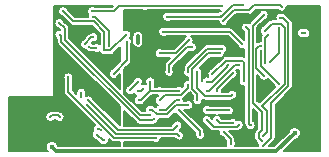
<source format=gbr>
G04 #@! TF.GenerationSoftware,KiCad,Pcbnew,(5.1.5-0-10_14)*
G04 #@! TF.CreationDate,2020-09-25T15:53:29-04:00*
G04 #@! TF.ProjectId,ESLO_RB,45534c4f-5f52-4422-9e6b-696361645f70,rev?*
G04 #@! TF.SameCoordinates,Original*
G04 #@! TF.FileFunction,Copper,L3,Inr*
G04 #@! TF.FilePolarity,Positive*
%FSLAX46Y46*%
G04 Gerber Fmt 4.6, Leading zero omitted, Abs format (unit mm)*
G04 Created by KiCad (PCBNEW (5.1.5-0-10_14)) date 2020-09-25 15:53:29*
%MOMM*%
%LPD*%
G04 APERTURE LIST*
%ADD10C,0.450000*%
%ADD11C,0.254000*%
%ADD12C,0.300000*%
%ADD13C,0.150000*%
%ADD14C,0.200000*%
G04 APERTURE END LIST*
D10*
X128450000Y-102000000D03*
X149000000Y-100825002D03*
X128800000Y-95000000D03*
X128800000Y-96800000D03*
X128800000Y-93000000D03*
X128800000Y-92000000D03*
X128800000Y-91000000D03*
X128800000Y-90200000D03*
X128800000Y-97750000D03*
X128632956Y-99869603D03*
D11*
X134100000Y-96750000D03*
X135799998Y-98050000D03*
X136775000Y-96450000D03*
X139175000Y-97250000D03*
X137575000Y-97249998D03*
X133420702Y-94847990D03*
X131530000Y-90130000D03*
D10*
X131990000Y-92049996D03*
D11*
X142825000Y-90050000D03*
X133675002Y-95800000D03*
X134160000Y-90030000D03*
X131870000Y-90490000D03*
X134810000Y-93070000D03*
X136310000Y-90050000D03*
X135725000Y-92600000D03*
X135720000Y-93150000D03*
X144707990Y-96445681D03*
X142050004Y-95810000D03*
X138225000Y-90975000D03*
X149610000Y-92360000D03*
X149920000Y-92360000D03*
X142782264Y-90899918D03*
X144673344Y-90003786D03*
X137875006Y-92247990D03*
X144585670Y-93307502D03*
X150150000Y-94600004D03*
X134750000Y-99500000D03*
X140800000Y-91525000D03*
X136225000Y-93100000D03*
X138375000Y-93125004D03*
X144975000Y-101550000D03*
X146300000Y-96700000D03*
X144841264Y-100265103D03*
X135200000Y-97840000D03*
X146300000Y-97100000D03*
X139580004Y-100820000D03*
X142728909Y-93041091D03*
X131900000Y-90950002D03*
X133313289Y-93413892D03*
X129400010Y-90500000D03*
X132900000Y-93820987D03*
X134750000Y-92474998D03*
X139175000Y-98850010D03*
X140997010Y-100970000D03*
X132571461Y-100569279D03*
X132325000Y-100500000D03*
X130949998Y-97400000D03*
X130950000Y-97750000D03*
X131550000Y-98050000D03*
X139075000Y-100175000D03*
X131458101Y-98460283D03*
X139217990Y-101025000D03*
X128300000Y-99450000D03*
X129100000Y-99449992D03*
X147900000Y-90101095D03*
X142980000Y-91309999D03*
X145167039Y-90361704D03*
X136775000Y-98850000D03*
X139990000Y-98450000D03*
X135725004Y-96475000D03*
X135075000Y-97199998D03*
X135750000Y-97275000D03*
X136200000Y-97050000D03*
X131958570Y-92711079D03*
X131256099Y-93284907D03*
X137575000Y-98850000D03*
X139175000Y-98050000D03*
X132222897Y-93614227D03*
X131602990Y-93492010D03*
X129090000Y-91500000D03*
X136765908Y-99304011D03*
X132269273Y-100952010D03*
X132855465Y-101422902D03*
X129100000Y-92480000D03*
X137081186Y-99609474D03*
X141575000Y-97250000D03*
X144275000Y-95075000D03*
X142450000Y-97250000D03*
X143751097Y-95751326D03*
X141575000Y-96450000D03*
X143375000Y-95050000D03*
X138370000Y-95640000D03*
X140290000Y-93550000D03*
X137580000Y-98050000D03*
X139980000Y-96730000D03*
X129850000Y-96100000D03*
X137249890Y-101227021D03*
X137575000Y-94050000D03*
X140025000Y-92975006D03*
X140775000Y-98050000D03*
X142647990Y-94072354D03*
X139975000Y-95650000D03*
X142877792Y-93674011D03*
X146232342Y-99006352D03*
X146239549Y-101502633D03*
X146380000Y-90799996D03*
X147012010Y-99960000D03*
X146320000Y-101920000D03*
X147800000Y-91037990D03*
X145277733Y-100144600D03*
X144890000Y-91870004D03*
X146260986Y-98537178D03*
X146340002Y-101040000D03*
X146470000Y-92150000D03*
X146157990Y-93886142D03*
X147671091Y-96621091D03*
X146920000Y-94790000D03*
X147677012Y-91922010D03*
X146375000Y-95950000D03*
X146157990Y-93449072D03*
X146750000Y-92525000D03*
X146512010Y-94880000D03*
X144275000Y-100125000D03*
X141575000Y-99725000D03*
X142425000Y-99700000D03*
X143750000Y-99947990D03*
X141575000Y-98850000D03*
X143450000Y-98900000D03*
X143020988Y-100751687D03*
X143600000Y-101724994D03*
X140775000Y-95650000D03*
X143710000Y-97559998D03*
D12*
X147450012Y-102374990D02*
X149000000Y-100825002D01*
X128824990Y-102374990D02*
X147450012Y-102374990D01*
X128450000Y-102000000D02*
X128824990Y-102374990D01*
D13*
X136800000Y-96450000D02*
X136775000Y-96450000D01*
X136775000Y-96450000D02*
X136775000Y-97200000D01*
X135799998Y-98050000D02*
X135825000Y-98050000D01*
X139175000Y-97250000D02*
X137575002Y-97250000D01*
X136774998Y-97249998D02*
X137575000Y-97249998D01*
X137575002Y-97250000D02*
X137575000Y-97249998D01*
X136774998Y-97254605D02*
X136774998Y-97249998D01*
X135979603Y-98050000D02*
X136774998Y-97254605D01*
X135799998Y-98050000D02*
X135979603Y-98050000D01*
X134160000Y-90030000D02*
X133700000Y-90490000D01*
X133700000Y-90490000D02*
X131870000Y-90490000D01*
X134810000Y-94665002D02*
X134810000Y-93070000D01*
X133675002Y-95800000D02*
X134810000Y-94665002D01*
X142825000Y-90050000D02*
X136310000Y-90050000D01*
X134180000Y-90050000D02*
X134160000Y-90030000D01*
X136310000Y-90050000D02*
X134180000Y-90050000D01*
D12*
X135725000Y-93145000D02*
X135720000Y-93150000D01*
X135725000Y-92600000D02*
X135725000Y-93145000D01*
D13*
X144707990Y-96445681D02*
X144707990Y-94837990D01*
X144707990Y-94837990D02*
X144543001Y-94673001D01*
X144543001Y-94673001D02*
X143187003Y-94673001D01*
X143187003Y-94673001D02*
X142050004Y-95810000D01*
X138225000Y-90975000D02*
X142775000Y-90975000D01*
X149610000Y-92360000D02*
X149920000Y-92360000D01*
X143746214Y-90003786D02*
X142782264Y-90967736D01*
X142782264Y-90967736D02*
X142782264Y-90899918D01*
X143746214Y-90003786D02*
X144673344Y-90003786D01*
X137875006Y-92247990D02*
X143526158Y-92247990D01*
X143526158Y-92247990D02*
X144585670Y-93307502D01*
X132104607Y-90950002D02*
X131900000Y-90950002D01*
X133313289Y-92158684D02*
X132104607Y-90950002D01*
X133313289Y-92158684D02*
X133313289Y-93413892D01*
X132079605Y-90950002D02*
X131900000Y-90950002D01*
X133404011Y-93820987D02*
X134750000Y-92474998D01*
X132900000Y-93820987D02*
X133404011Y-93820987D01*
X132900000Y-92245395D02*
X132900000Y-93820987D01*
X132014605Y-91360000D02*
X132900000Y-92245395D01*
X130260010Y-91360000D02*
X132014605Y-91360000D01*
X129400010Y-90500000D02*
X130260010Y-91360000D01*
X139175000Y-98850010D02*
X140997010Y-100672020D01*
X140997010Y-100672020D02*
X140997010Y-100970000D01*
X132571461Y-100569279D02*
X132444462Y-100442280D01*
X132444462Y-100442280D02*
X132382720Y-100442280D01*
X132382720Y-100442280D02*
X132325000Y-100500000D01*
X130949998Y-97400000D02*
X130949998Y-97749998D01*
X130949998Y-97749998D02*
X130950000Y-97750000D01*
X138675000Y-100575000D02*
X139075000Y-100175000D01*
X134075000Y-100575000D02*
X138675000Y-100575000D01*
X131550000Y-98050000D02*
X134075000Y-100575000D01*
X131458101Y-98460283D02*
X133872829Y-100875011D01*
X133872829Y-100875011D02*
X139068001Y-100875011D01*
X139068001Y-100875011D02*
X139217990Y-101025000D01*
X128426999Y-99323001D02*
X128973009Y-99323001D01*
X128973009Y-99323001D02*
X129100000Y-99449992D01*
X128300000Y-99450000D02*
X128426999Y-99323001D01*
X145538743Y-89990000D02*
X145167039Y-90361704D01*
X147788905Y-89990000D02*
X145538743Y-89990000D01*
X147900000Y-90101095D02*
X147788905Y-89990000D01*
X143914204Y-90355796D02*
X145161131Y-90355796D01*
X145161131Y-90355796D02*
X145167039Y-90361704D01*
X142980000Y-91290000D02*
X143914204Y-90355796D01*
X142980000Y-91309999D02*
X142980000Y-91290000D01*
X136775000Y-98850000D02*
X136954605Y-98850000D01*
X139004032Y-98450000D02*
X139990000Y-98450000D01*
X136954605Y-98850000D02*
X137329605Y-99225000D01*
X137329605Y-99225000D02*
X138229032Y-99225000D01*
X138229032Y-99225000D02*
X139004032Y-98450000D01*
X135075000Y-97175000D02*
X135075000Y-97199998D01*
X135725004Y-96524996D02*
X135075000Y-97175000D01*
X135725004Y-96475000D02*
X135725004Y-96524996D01*
X135975000Y-97275000D02*
X136200000Y-97050000D01*
X135750000Y-97275000D02*
X135975000Y-97275000D01*
X131958570Y-92711079D02*
X131778965Y-92711079D01*
X131778965Y-92711079D02*
X131256099Y-93233945D01*
X131256099Y-93233945D02*
X131256099Y-93284907D01*
X138950000Y-98050000D02*
X139175000Y-98050000D01*
X138150000Y-98850000D02*
X138950000Y-98050000D01*
X137575000Y-98850000D02*
X138150000Y-98850000D01*
X131725207Y-93614227D02*
X131602990Y-93492010D01*
X132222897Y-93614227D02*
X131725207Y-93614227D01*
X135904011Y-99304011D02*
X136765908Y-99304011D01*
X129550012Y-92950012D02*
X135904011Y-99304011D01*
X129090000Y-91500000D02*
X129550012Y-91960012D01*
X129550012Y-91960012D02*
X129550012Y-92950012D01*
X132740165Y-101422902D02*
X132855465Y-101422902D01*
X132269273Y-100952010D02*
X132740165Y-101422902D01*
X129250001Y-92630001D02*
X129250001Y-93074280D01*
X129100000Y-92480000D02*
X129250001Y-92630001D01*
X135912194Y-99736473D02*
X136954187Y-99736473D01*
X136954187Y-99736473D02*
X137081186Y-99609474D01*
X129250001Y-93074280D02*
X135912194Y-99736473D01*
X143929605Y-95075000D02*
X144275000Y-95075000D01*
X141575000Y-97250000D02*
X141754605Y-97250000D01*
X141754605Y-97250000D02*
X143929605Y-95075000D01*
X142450000Y-97250000D02*
X142450000Y-97052423D01*
X142450000Y-97052423D02*
X143751097Y-95751326D01*
X143248001Y-95202963D02*
X143248001Y-95176999D01*
X143248001Y-95176999D02*
X143375000Y-95050000D01*
X142000964Y-96450000D02*
X143248001Y-95202963D01*
X141575000Y-96450000D02*
X142000964Y-96450000D01*
X138370000Y-95070000D02*
X138370000Y-95640000D01*
X139890000Y-93550000D02*
X138370000Y-95070000D01*
X140290000Y-93550000D02*
X139890000Y-93550000D01*
X139980000Y-96965962D02*
X139980000Y-96730000D01*
X139343961Y-97602001D02*
X139980000Y-96965962D01*
X138027999Y-97602001D02*
X139343961Y-97602001D01*
X137580000Y-98050000D02*
X138027999Y-97602001D01*
X129850000Y-97350000D02*
X133727021Y-101227021D01*
X133727021Y-101227021D02*
X137249890Y-101227021D01*
X129850000Y-96100000D02*
X129850000Y-97350000D01*
X138950006Y-94050000D02*
X140025000Y-92975006D01*
X137575000Y-94050000D02*
X138950006Y-94050000D01*
X141652646Y-94072354D02*
X142647990Y-94072354D01*
X140350000Y-97060000D02*
X140350000Y-95375000D01*
X140350000Y-95375000D02*
X141652646Y-94072354D01*
X140775000Y-97485000D02*
X140350000Y-97060000D01*
X140775000Y-98050000D02*
X140775000Y-97485000D01*
X141585989Y-93674011D02*
X142877792Y-93674011D01*
X139975000Y-95285000D02*
X141585989Y-93674011D01*
X139975000Y-95650000D02*
X139975000Y-95285000D01*
X145970000Y-101233084D02*
X146239549Y-101502633D01*
X146232342Y-99006352D02*
X146232342Y-100587658D01*
X146232342Y-100587658D02*
X145970000Y-100850000D01*
X145970000Y-100850000D02*
X145970000Y-101233084D01*
X145457976Y-91722020D02*
X146380000Y-90799996D01*
X146232342Y-99006352D02*
X145457976Y-98231986D01*
X145457976Y-98231986D02*
X145457976Y-91722020D01*
X146320000Y-101920000D02*
X147012010Y-101227990D01*
X147012010Y-101227990D02*
X147012010Y-99960000D01*
X148460000Y-91510395D02*
X147987595Y-91037990D01*
X147012010Y-98257990D02*
X148460000Y-96810000D01*
X147987595Y-91037990D02*
X147800000Y-91037990D01*
X148460000Y-96810000D02*
X148460000Y-91510395D01*
X147012010Y-99960000D02*
X147012010Y-98257990D01*
X145134445Y-100017444D02*
X145134445Y-92114449D01*
X145134445Y-92114449D02*
X144890000Y-91870004D01*
X145227001Y-100110000D02*
X145134445Y-100017444D01*
X146660000Y-98936192D02*
X146260986Y-98537178D01*
X146340002Y-101040000D02*
X146660000Y-100720002D01*
X146660000Y-100720002D02*
X146660000Y-98936192D01*
X147050000Y-91570000D02*
X146470000Y-92150000D01*
X148160000Y-96638164D02*
X148160000Y-91890000D01*
X147840000Y-91570000D02*
X147050000Y-91570000D01*
X148160000Y-91890000D02*
X147840000Y-91570000D01*
X146260986Y-98537178D02*
X148160000Y-96638164D01*
X146157990Y-93886142D02*
X146153858Y-93886142D01*
X146160000Y-95110000D02*
X147671091Y-96621091D01*
X146160000Y-93892284D02*
X146160000Y-95110000D01*
X146153858Y-93886142D02*
X146160000Y-93892284D01*
X147677012Y-94032988D02*
X147677012Y-91922010D01*
X146920000Y-94790000D02*
X147677012Y-94032988D01*
X145757987Y-95332987D02*
X145757987Y-93669470D01*
X145978385Y-93449072D02*
X146157990Y-93449072D01*
X145757987Y-93669470D02*
X145978385Y-93449072D01*
X146375000Y-95950000D02*
X145757987Y-95332987D01*
X146750000Y-92525000D02*
X146512010Y-92762990D01*
X146512010Y-92762990D02*
X146512010Y-94880000D01*
X144097999Y-100302001D02*
X142152001Y-100302001D01*
X142152001Y-100302001D02*
X141575000Y-99725000D01*
X144275000Y-100125000D02*
X144097999Y-100302001D01*
X142695000Y-99970000D02*
X143727990Y-99970000D01*
X143727990Y-99970000D02*
X143750000Y-99947990D01*
X142425000Y-99700000D02*
X142695000Y-99970000D01*
X141625000Y-98900000D02*
X141575000Y-98850000D01*
X143450000Y-98900000D02*
X141625000Y-98900000D01*
X143020988Y-100751687D02*
X143600000Y-101330699D01*
X143600000Y-101330699D02*
X143600000Y-101724994D01*
X140775000Y-95650000D02*
X140775000Y-97035000D01*
X143583001Y-97686997D02*
X143710000Y-97559998D01*
X141426997Y-97686997D02*
X143583001Y-97686997D01*
X140775000Y-97035000D02*
X141426997Y-97686997D01*
D14*
G36*
X133544670Y-90115000D02*
G01*
X132077352Y-90115000D01*
X132072260Y-90111598D01*
X131994551Y-90079409D01*
X131912056Y-90063000D01*
X131827944Y-90063000D01*
X131745449Y-90079409D01*
X131667740Y-90111598D01*
X131597803Y-90158327D01*
X131538327Y-90217803D01*
X131491598Y-90287740D01*
X131459409Y-90365449D01*
X131443000Y-90447944D01*
X131443000Y-90532056D01*
X131459409Y-90614551D01*
X131491598Y-90692260D01*
X131525133Y-90742451D01*
X131521598Y-90747742D01*
X131489409Y-90825451D01*
X131473000Y-90907946D01*
X131473000Y-90985000D01*
X130415340Y-90985000D01*
X129811796Y-90381457D01*
X129810601Y-90375449D01*
X129778412Y-90297740D01*
X129731683Y-90227803D01*
X129672207Y-90168327D01*
X129602270Y-90121598D01*
X129524561Y-90089409D01*
X129442066Y-90073000D01*
X129357954Y-90073000D01*
X129275459Y-90089409D01*
X129197750Y-90121598D01*
X129127813Y-90168327D01*
X129068337Y-90227803D01*
X129021608Y-90297740D01*
X128989419Y-90375449D01*
X128973010Y-90457944D01*
X128973010Y-90542056D01*
X128989419Y-90624551D01*
X129021608Y-90702260D01*
X129068337Y-90772197D01*
X129127813Y-90831673D01*
X129197750Y-90878402D01*
X129275459Y-90910591D01*
X129281467Y-90911786D01*
X129981819Y-91612139D01*
X129993562Y-91626448D01*
X130007869Y-91638189D01*
X130050663Y-91673310D01*
X130088557Y-91693564D01*
X130115810Y-91708131D01*
X130186497Y-91729574D01*
X130241591Y-91735000D01*
X130241594Y-91735000D01*
X130260010Y-91736814D01*
X130278426Y-91735000D01*
X131859276Y-91735000D01*
X132525000Y-92400725D01*
X132525001Y-93312461D01*
X132495094Y-93282554D01*
X132425157Y-93235825D01*
X132347448Y-93203636D01*
X132264953Y-93187227D01*
X132180841Y-93187227D01*
X132098346Y-93203636D01*
X132020637Y-93235825D01*
X132015545Y-93239227D01*
X131947635Y-93239227D01*
X131934663Y-93219813D01*
X131875187Y-93160337D01*
X131866105Y-93154269D01*
X131887972Y-93132402D01*
X131916514Y-93138079D01*
X132000626Y-93138079D01*
X132083121Y-93121670D01*
X132160830Y-93089481D01*
X132230767Y-93042752D01*
X132290243Y-92983276D01*
X132336972Y-92913339D01*
X132369161Y-92835630D01*
X132385570Y-92753135D01*
X132385570Y-92669023D01*
X132369161Y-92586528D01*
X132336972Y-92508819D01*
X132290243Y-92438882D01*
X132230767Y-92379406D01*
X132160830Y-92332677D01*
X132083121Y-92300488D01*
X132000626Y-92284079D01*
X131916514Y-92284079D01*
X131834019Y-92300488D01*
X131756310Y-92332677D01*
X131749606Y-92337156D01*
X131705452Y-92341505D01*
X131634765Y-92362948D01*
X131569618Y-92397770D01*
X131512517Y-92444631D01*
X131500774Y-92458940D01*
X131051943Y-92907772D01*
X130983902Y-92953234D01*
X130924426Y-93012710D01*
X130877697Y-93082647D01*
X130845508Y-93160356D01*
X130829099Y-93242851D01*
X130829099Y-93326963D01*
X130845508Y-93409458D01*
X130877697Y-93487167D01*
X130924426Y-93557104D01*
X130983902Y-93616580D01*
X131053839Y-93663309D01*
X131131548Y-93695498D01*
X131214043Y-93711907D01*
X131236372Y-93711907D01*
X131271317Y-93764207D01*
X131330793Y-93823683D01*
X131400730Y-93870412D01*
X131478439Y-93902601D01*
X131487728Y-93904449D01*
X131515860Y-93927536D01*
X131581007Y-93962358D01*
X131651694Y-93983801D01*
X131706788Y-93989227D01*
X131706791Y-93989227D01*
X131725207Y-93991041D01*
X131743623Y-93989227D01*
X132015545Y-93989227D01*
X132020637Y-93992629D01*
X132098346Y-94024818D01*
X132180841Y-94041227D01*
X132264953Y-94041227D01*
X132347448Y-94024818D01*
X132425157Y-93992629D01*
X132490759Y-93948797D01*
X132521598Y-94023247D01*
X132568327Y-94093184D01*
X132627803Y-94152660D01*
X132697740Y-94199389D01*
X132775449Y-94231578D01*
X132857944Y-94247987D01*
X132942056Y-94247987D01*
X133024551Y-94231578D01*
X133102260Y-94199389D01*
X133107352Y-94195987D01*
X133385595Y-94195987D01*
X133404011Y-94197801D01*
X133422427Y-94195987D01*
X133422430Y-94195987D01*
X133477524Y-94190561D01*
X133548211Y-94169118D01*
X133613358Y-94134296D01*
X133670459Y-94087435D01*
X133682206Y-94073121D01*
X134200000Y-93555327D01*
X134200000Y-94744672D01*
X133556459Y-95388214D01*
X133550451Y-95389409D01*
X133472742Y-95421598D01*
X133402805Y-95468327D01*
X133343329Y-95527803D01*
X133296600Y-95597740D01*
X133264411Y-95675449D01*
X133248002Y-95757944D01*
X133248002Y-95842056D01*
X133264411Y-95924551D01*
X133296600Y-96002260D01*
X133343329Y-96072197D01*
X133402805Y-96131673D01*
X133472742Y-96178402D01*
X133550451Y-96210591D01*
X133632946Y-96227000D01*
X133717058Y-96227000D01*
X133799553Y-96210591D01*
X133877262Y-96178402D01*
X133947199Y-96131673D01*
X134006675Y-96072197D01*
X134053404Y-96002260D01*
X134085593Y-95924551D01*
X134086788Y-95918543D01*
X134200000Y-95805331D01*
X134200000Y-97069670D01*
X129925012Y-92794683D01*
X129925012Y-91978427D01*
X129926826Y-91960011D01*
X129925012Y-91941593D01*
X129919586Y-91886499D01*
X129898143Y-91815812D01*
X129863321Y-91750665D01*
X129816460Y-91693564D01*
X129802152Y-91681822D01*
X129501786Y-91381457D01*
X129500591Y-91375449D01*
X129468402Y-91297740D01*
X129421673Y-91227803D01*
X129362197Y-91168327D01*
X129292260Y-91121598D01*
X129214551Y-91089409D01*
X129132056Y-91073000D01*
X129047944Y-91073000D01*
X128965449Y-91089409D01*
X128887740Y-91121598D01*
X128817803Y-91168327D01*
X128758327Y-91227803D01*
X128711598Y-91297740D01*
X128679409Y-91375449D01*
X128663000Y-91457944D01*
X128663000Y-91542056D01*
X128679409Y-91624551D01*
X128711598Y-91702260D01*
X128758327Y-91772197D01*
X128817803Y-91831673D01*
X128887740Y-91878402D01*
X128965449Y-91910591D01*
X128971457Y-91911786D01*
X129112670Y-92053000D01*
X129057944Y-92053000D01*
X128975449Y-92069409D01*
X128897740Y-92101598D01*
X128827803Y-92148327D01*
X128768327Y-92207803D01*
X128721598Y-92277740D01*
X128689409Y-92355449D01*
X128673000Y-92437944D01*
X128673000Y-92522056D01*
X128689409Y-92604551D01*
X128721598Y-92682260D01*
X128768327Y-92752197D01*
X128827803Y-92811673D01*
X128875001Y-92843209D01*
X128875001Y-93055864D01*
X128873187Y-93074280D01*
X128875001Y-93092696D01*
X128875001Y-93092699D01*
X128880428Y-93147793D01*
X128889804Y-93178701D01*
X128901871Y-93218480D01*
X128936692Y-93283626D01*
X128952859Y-93303326D01*
X128983554Y-93340728D01*
X128997863Y-93352471D01*
X134200000Y-98554609D01*
X134200000Y-100169669D01*
X131961786Y-97931457D01*
X131960591Y-97925449D01*
X131928402Y-97847740D01*
X131881673Y-97777803D01*
X131822197Y-97718327D01*
X131752260Y-97671598D01*
X131674551Y-97639409D01*
X131592056Y-97623000D01*
X131507944Y-97623000D01*
X131425449Y-97639409D01*
X131368093Y-97663167D01*
X131360591Y-97625449D01*
X131339693Y-97574998D01*
X131360589Y-97524551D01*
X131376998Y-97442056D01*
X131376998Y-97357944D01*
X131360589Y-97275449D01*
X131328400Y-97197740D01*
X131281671Y-97127803D01*
X131222195Y-97068327D01*
X131152258Y-97021598D01*
X131074549Y-96989409D01*
X130992054Y-96973000D01*
X130907942Y-96973000D01*
X130825447Y-96989409D01*
X130747738Y-97021598D01*
X130677801Y-97068327D01*
X130618325Y-97127803D01*
X130571596Y-97197740D01*
X130539407Y-97275449D01*
X130522998Y-97357944D01*
X130522998Y-97442056D01*
X130535565Y-97505236D01*
X130225000Y-97194671D01*
X130225000Y-96307352D01*
X130228402Y-96302260D01*
X130260591Y-96224551D01*
X130277000Y-96142056D01*
X130277000Y-96057944D01*
X130260591Y-95975449D01*
X130228402Y-95897740D01*
X130181673Y-95827803D01*
X130122197Y-95768327D01*
X130052260Y-95721598D01*
X129974551Y-95689409D01*
X129892056Y-95673000D01*
X129807944Y-95673000D01*
X129725449Y-95689409D01*
X129647740Y-95721598D01*
X129577803Y-95768327D01*
X129518327Y-95827803D01*
X129471598Y-95897740D01*
X129439409Y-95975449D01*
X129423000Y-96057944D01*
X129423000Y-96142056D01*
X129439409Y-96224551D01*
X129471598Y-96302260D01*
X129475000Y-96307352D01*
X129475001Y-97331574D01*
X129473186Y-97350000D01*
X129475470Y-97373184D01*
X129480427Y-97423513D01*
X129501870Y-97494200D01*
X129536692Y-97559347D01*
X129583553Y-97616448D01*
X129597862Y-97628191D01*
X132103874Y-100134204D01*
X132052803Y-100168327D01*
X131993327Y-100227803D01*
X131946598Y-100297740D01*
X131914409Y-100375449D01*
X131898000Y-100457944D01*
X131898000Y-100542056D01*
X131914409Y-100624551D01*
X131937415Y-100680090D01*
X131890871Y-100749750D01*
X131858682Y-100827459D01*
X131842273Y-100909954D01*
X131842273Y-100994066D01*
X131858682Y-101076561D01*
X131890871Y-101154270D01*
X131937600Y-101224207D01*
X131997076Y-101283683D01*
X132067013Y-101330412D01*
X132144722Y-101362601D01*
X132150730Y-101363796D01*
X132461974Y-101675041D01*
X132473717Y-101689350D01*
X132530818Y-101736211D01*
X132595965Y-101771033D01*
X132617824Y-101777664D01*
X132653205Y-101801304D01*
X132730914Y-101833493D01*
X132813409Y-101849902D01*
X132897521Y-101849902D01*
X132980016Y-101833493D01*
X133057725Y-101801304D01*
X133127662Y-101754575D01*
X133187138Y-101695099D01*
X133233867Y-101625162D01*
X133266056Y-101547453D01*
X133282465Y-101464958D01*
X133282465Y-101380846D01*
X133266056Y-101298351D01*
X133264666Y-101294996D01*
X133448830Y-101479160D01*
X133460573Y-101493469D01*
X133474880Y-101505210D01*
X133517674Y-101540331D01*
X133547948Y-101556512D01*
X133582821Y-101575152D01*
X133653508Y-101596595D01*
X133708602Y-101602021D01*
X133708605Y-101602021D01*
X133727021Y-101603835D01*
X133745437Y-101602021D01*
X134200000Y-101602021D01*
X134200000Y-101924990D01*
X129011386Y-101924990D01*
X128960179Y-101873783D01*
X128954824Y-101846863D01*
X128915249Y-101751319D01*
X128857794Y-101665332D01*
X128784668Y-101592206D01*
X128698681Y-101534751D01*
X128603137Y-101495176D01*
X128501708Y-101475000D01*
X128398292Y-101475000D01*
X128296863Y-101495176D01*
X128201319Y-101534751D01*
X128115332Y-101592206D01*
X128042206Y-101665332D01*
X127984751Y-101751319D01*
X127945176Y-101846863D01*
X127925000Y-101948292D01*
X127925000Y-102051708D01*
X127945176Y-102153137D01*
X127984751Y-102248681D01*
X128042206Y-102334668D01*
X128082538Y-102375000D01*
X124825000Y-102375000D01*
X124825000Y-99407944D01*
X127873000Y-99407944D01*
X127873000Y-99492056D01*
X127889409Y-99574551D01*
X127921598Y-99652260D01*
X127968327Y-99722197D01*
X128027803Y-99781673D01*
X128097740Y-99828402D01*
X128175449Y-99860591D01*
X128257944Y-99877000D01*
X128342056Y-99877000D01*
X128424551Y-99860591D01*
X128502260Y-99828402D01*
X128572197Y-99781673D01*
X128631673Y-99722197D01*
X128647840Y-99698001D01*
X128752166Y-99698001D01*
X128768327Y-99722189D01*
X128827803Y-99781665D01*
X128897740Y-99828394D01*
X128975449Y-99860583D01*
X129057944Y-99876992D01*
X129142056Y-99876992D01*
X129224551Y-99860583D01*
X129302260Y-99828394D01*
X129372197Y-99781665D01*
X129431673Y-99722189D01*
X129478402Y-99652252D01*
X129510591Y-99574543D01*
X129527000Y-99492048D01*
X129527000Y-99407936D01*
X129510591Y-99325441D01*
X129478402Y-99247732D01*
X129431673Y-99177795D01*
X129372197Y-99118319D01*
X129302260Y-99071590D01*
X129224551Y-99039401D01*
X129216639Y-99037827D01*
X129182356Y-99009692D01*
X129117209Y-98974870D01*
X129046522Y-98953427D01*
X128991428Y-98948001D01*
X128991425Y-98948001D01*
X128973009Y-98946187D01*
X128954593Y-98948001D01*
X128445415Y-98948001D01*
X128426999Y-98946187D01*
X128408583Y-98948001D01*
X128408580Y-98948001D01*
X128353486Y-98953427D01*
X128282799Y-98974870D01*
X128238345Y-98998631D01*
X128217653Y-99009691D01*
X128217651Y-99009692D01*
X128217652Y-99009692D01*
X128183358Y-99037836D01*
X128175449Y-99039409D01*
X128097740Y-99071598D01*
X128027803Y-99118327D01*
X127968327Y-99177803D01*
X127921598Y-99247740D01*
X127889409Y-99325449D01*
X127873000Y-99407944D01*
X124825000Y-99407944D01*
X124825000Y-97800000D01*
X128500000Y-97800000D01*
X128519509Y-97798079D01*
X128538268Y-97792388D01*
X128555557Y-97783147D01*
X128570711Y-97770711D01*
X128583147Y-97755557D01*
X128592388Y-97738268D01*
X128598079Y-97719509D01*
X128600000Y-97700000D01*
X128600000Y-90025000D01*
X133634670Y-90025000D01*
X133544670Y-90115000D01*
G37*
X133544670Y-90115000D02*
X132077352Y-90115000D01*
X132072260Y-90111598D01*
X131994551Y-90079409D01*
X131912056Y-90063000D01*
X131827944Y-90063000D01*
X131745449Y-90079409D01*
X131667740Y-90111598D01*
X131597803Y-90158327D01*
X131538327Y-90217803D01*
X131491598Y-90287740D01*
X131459409Y-90365449D01*
X131443000Y-90447944D01*
X131443000Y-90532056D01*
X131459409Y-90614551D01*
X131491598Y-90692260D01*
X131525133Y-90742451D01*
X131521598Y-90747742D01*
X131489409Y-90825451D01*
X131473000Y-90907946D01*
X131473000Y-90985000D01*
X130415340Y-90985000D01*
X129811796Y-90381457D01*
X129810601Y-90375449D01*
X129778412Y-90297740D01*
X129731683Y-90227803D01*
X129672207Y-90168327D01*
X129602270Y-90121598D01*
X129524561Y-90089409D01*
X129442066Y-90073000D01*
X129357954Y-90073000D01*
X129275459Y-90089409D01*
X129197750Y-90121598D01*
X129127813Y-90168327D01*
X129068337Y-90227803D01*
X129021608Y-90297740D01*
X128989419Y-90375449D01*
X128973010Y-90457944D01*
X128973010Y-90542056D01*
X128989419Y-90624551D01*
X129021608Y-90702260D01*
X129068337Y-90772197D01*
X129127813Y-90831673D01*
X129197750Y-90878402D01*
X129275459Y-90910591D01*
X129281467Y-90911786D01*
X129981819Y-91612139D01*
X129993562Y-91626448D01*
X130007869Y-91638189D01*
X130050663Y-91673310D01*
X130088557Y-91693564D01*
X130115810Y-91708131D01*
X130186497Y-91729574D01*
X130241591Y-91735000D01*
X130241594Y-91735000D01*
X130260010Y-91736814D01*
X130278426Y-91735000D01*
X131859276Y-91735000D01*
X132525000Y-92400725D01*
X132525001Y-93312461D01*
X132495094Y-93282554D01*
X132425157Y-93235825D01*
X132347448Y-93203636D01*
X132264953Y-93187227D01*
X132180841Y-93187227D01*
X132098346Y-93203636D01*
X132020637Y-93235825D01*
X132015545Y-93239227D01*
X131947635Y-93239227D01*
X131934663Y-93219813D01*
X131875187Y-93160337D01*
X131866105Y-93154269D01*
X131887972Y-93132402D01*
X131916514Y-93138079D01*
X132000626Y-93138079D01*
X132083121Y-93121670D01*
X132160830Y-93089481D01*
X132230767Y-93042752D01*
X132290243Y-92983276D01*
X132336972Y-92913339D01*
X132369161Y-92835630D01*
X132385570Y-92753135D01*
X132385570Y-92669023D01*
X132369161Y-92586528D01*
X132336972Y-92508819D01*
X132290243Y-92438882D01*
X132230767Y-92379406D01*
X132160830Y-92332677D01*
X132083121Y-92300488D01*
X132000626Y-92284079D01*
X131916514Y-92284079D01*
X131834019Y-92300488D01*
X131756310Y-92332677D01*
X131749606Y-92337156D01*
X131705452Y-92341505D01*
X131634765Y-92362948D01*
X131569618Y-92397770D01*
X131512517Y-92444631D01*
X131500774Y-92458940D01*
X131051943Y-92907772D01*
X130983902Y-92953234D01*
X130924426Y-93012710D01*
X130877697Y-93082647D01*
X130845508Y-93160356D01*
X130829099Y-93242851D01*
X130829099Y-93326963D01*
X130845508Y-93409458D01*
X130877697Y-93487167D01*
X130924426Y-93557104D01*
X130983902Y-93616580D01*
X131053839Y-93663309D01*
X131131548Y-93695498D01*
X131214043Y-93711907D01*
X131236372Y-93711907D01*
X131271317Y-93764207D01*
X131330793Y-93823683D01*
X131400730Y-93870412D01*
X131478439Y-93902601D01*
X131487728Y-93904449D01*
X131515860Y-93927536D01*
X131581007Y-93962358D01*
X131651694Y-93983801D01*
X131706788Y-93989227D01*
X131706791Y-93989227D01*
X131725207Y-93991041D01*
X131743623Y-93989227D01*
X132015545Y-93989227D01*
X132020637Y-93992629D01*
X132098346Y-94024818D01*
X132180841Y-94041227D01*
X132264953Y-94041227D01*
X132347448Y-94024818D01*
X132425157Y-93992629D01*
X132490759Y-93948797D01*
X132521598Y-94023247D01*
X132568327Y-94093184D01*
X132627803Y-94152660D01*
X132697740Y-94199389D01*
X132775449Y-94231578D01*
X132857944Y-94247987D01*
X132942056Y-94247987D01*
X133024551Y-94231578D01*
X133102260Y-94199389D01*
X133107352Y-94195987D01*
X133385595Y-94195987D01*
X133404011Y-94197801D01*
X133422427Y-94195987D01*
X133422430Y-94195987D01*
X133477524Y-94190561D01*
X133548211Y-94169118D01*
X133613358Y-94134296D01*
X133670459Y-94087435D01*
X133682206Y-94073121D01*
X134200000Y-93555327D01*
X134200000Y-94744672D01*
X133556459Y-95388214D01*
X133550451Y-95389409D01*
X133472742Y-95421598D01*
X133402805Y-95468327D01*
X133343329Y-95527803D01*
X133296600Y-95597740D01*
X133264411Y-95675449D01*
X133248002Y-95757944D01*
X133248002Y-95842056D01*
X133264411Y-95924551D01*
X133296600Y-96002260D01*
X133343329Y-96072197D01*
X133402805Y-96131673D01*
X133472742Y-96178402D01*
X133550451Y-96210591D01*
X133632946Y-96227000D01*
X133717058Y-96227000D01*
X133799553Y-96210591D01*
X133877262Y-96178402D01*
X133947199Y-96131673D01*
X134006675Y-96072197D01*
X134053404Y-96002260D01*
X134085593Y-95924551D01*
X134086788Y-95918543D01*
X134200000Y-95805331D01*
X134200000Y-97069670D01*
X129925012Y-92794683D01*
X129925012Y-91978427D01*
X129926826Y-91960011D01*
X129925012Y-91941593D01*
X129919586Y-91886499D01*
X129898143Y-91815812D01*
X129863321Y-91750665D01*
X129816460Y-91693564D01*
X129802152Y-91681822D01*
X129501786Y-91381457D01*
X129500591Y-91375449D01*
X129468402Y-91297740D01*
X129421673Y-91227803D01*
X129362197Y-91168327D01*
X129292260Y-91121598D01*
X129214551Y-91089409D01*
X129132056Y-91073000D01*
X129047944Y-91073000D01*
X128965449Y-91089409D01*
X128887740Y-91121598D01*
X128817803Y-91168327D01*
X128758327Y-91227803D01*
X128711598Y-91297740D01*
X128679409Y-91375449D01*
X128663000Y-91457944D01*
X128663000Y-91542056D01*
X128679409Y-91624551D01*
X128711598Y-91702260D01*
X128758327Y-91772197D01*
X128817803Y-91831673D01*
X128887740Y-91878402D01*
X128965449Y-91910591D01*
X128971457Y-91911786D01*
X129112670Y-92053000D01*
X129057944Y-92053000D01*
X128975449Y-92069409D01*
X128897740Y-92101598D01*
X128827803Y-92148327D01*
X128768327Y-92207803D01*
X128721598Y-92277740D01*
X128689409Y-92355449D01*
X128673000Y-92437944D01*
X128673000Y-92522056D01*
X128689409Y-92604551D01*
X128721598Y-92682260D01*
X128768327Y-92752197D01*
X128827803Y-92811673D01*
X128875001Y-92843209D01*
X128875001Y-93055864D01*
X128873187Y-93074280D01*
X128875001Y-93092696D01*
X128875001Y-93092699D01*
X128880428Y-93147793D01*
X128889804Y-93178701D01*
X128901871Y-93218480D01*
X128936692Y-93283626D01*
X128952859Y-93303326D01*
X128983554Y-93340728D01*
X128997863Y-93352471D01*
X134200000Y-98554609D01*
X134200000Y-100169669D01*
X131961786Y-97931457D01*
X131960591Y-97925449D01*
X131928402Y-97847740D01*
X131881673Y-97777803D01*
X131822197Y-97718327D01*
X131752260Y-97671598D01*
X131674551Y-97639409D01*
X131592056Y-97623000D01*
X131507944Y-97623000D01*
X131425449Y-97639409D01*
X131368093Y-97663167D01*
X131360591Y-97625449D01*
X131339693Y-97574998D01*
X131360589Y-97524551D01*
X131376998Y-97442056D01*
X131376998Y-97357944D01*
X131360589Y-97275449D01*
X131328400Y-97197740D01*
X131281671Y-97127803D01*
X131222195Y-97068327D01*
X131152258Y-97021598D01*
X131074549Y-96989409D01*
X130992054Y-96973000D01*
X130907942Y-96973000D01*
X130825447Y-96989409D01*
X130747738Y-97021598D01*
X130677801Y-97068327D01*
X130618325Y-97127803D01*
X130571596Y-97197740D01*
X130539407Y-97275449D01*
X130522998Y-97357944D01*
X130522998Y-97442056D01*
X130535565Y-97505236D01*
X130225000Y-97194671D01*
X130225000Y-96307352D01*
X130228402Y-96302260D01*
X130260591Y-96224551D01*
X130277000Y-96142056D01*
X130277000Y-96057944D01*
X130260591Y-95975449D01*
X130228402Y-95897740D01*
X130181673Y-95827803D01*
X130122197Y-95768327D01*
X130052260Y-95721598D01*
X129974551Y-95689409D01*
X129892056Y-95673000D01*
X129807944Y-95673000D01*
X129725449Y-95689409D01*
X129647740Y-95721598D01*
X129577803Y-95768327D01*
X129518327Y-95827803D01*
X129471598Y-95897740D01*
X129439409Y-95975449D01*
X129423000Y-96057944D01*
X129423000Y-96142056D01*
X129439409Y-96224551D01*
X129471598Y-96302260D01*
X129475000Y-96307352D01*
X129475001Y-97331574D01*
X129473186Y-97350000D01*
X129475470Y-97373184D01*
X129480427Y-97423513D01*
X129501870Y-97494200D01*
X129536692Y-97559347D01*
X129583553Y-97616448D01*
X129597862Y-97628191D01*
X132103874Y-100134204D01*
X132052803Y-100168327D01*
X131993327Y-100227803D01*
X131946598Y-100297740D01*
X131914409Y-100375449D01*
X131898000Y-100457944D01*
X131898000Y-100542056D01*
X131914409Y-100624551D01*
X131937415Y-100680090D01*
X131890871Y-100749750D01*
X131858682Y-100827459D01*
X131842273Y-100909954D01*
X131842273Y-100994066D01*
X131858682Y-101076561D01*
X131890871Y-101154270D01*
X131937600Y-101224207D01*
X131997076Y-101283683D01*
X132067013Y-101330412D01*
X132144722Y-101362601D01*
X132150730Y-101363796D01*
X132461974Y-101675041D01*
X132473717Y-101689350D01*
X132530818Y-101736211D01*
X132595965Y-101771033D01*
X132617824Y-101777664D01*
X132653205Y-101801304D01*
X132730914Y-101833493D01*
X132813409Y-101849902D01*
X132897521Y-101849902D01*
X132980016Y-101833493D01*
X133057725Y-101801304D01*
X133127662Y-101754575D01*
X133187138Y-101695099D01*
X133233867Y-101625162D01*
X133266056Y-101547453D01*
X133282465Y-101464958D01*
X133282465Y-101380846D01*
X133266056Y-101298351D01*
X133264666Y-101294996D01*
X133448830Y-101479160D01*
X133460573Y-101493469D01*
X133474880Y-101505210D01*
X133517674Y-101540331D01*
X133547948Y-101556512D01*
X133582821Y-101575152D01*
X133653508Y-101596595D01*
X133708602Y-101602021D01*
X133708605Y-101602021D01*
X133727021Y-101603835D01*
X133745437Y-101602021D01*
X134200000Y-101602021D01*
X134200000Y-101924990D01*
X129011386Y-101924990D01*
X128960179Y-101873783D01*
X128954824Y-101846863D01*
X128915249Y-101751319D01*
X128857794Y-101665332D01*
X128784668Y-101592206D01*
X128698681Y-101534751D01*
X128603137Y-101495176D01*
X128501708Y-101475000D01*
X128398292Y-101475000D01*
X128296863Y-101495176D01*
X128201319Y-101534751D01*
X128115332Y-101592206D01*
X128042206Y-101665332D01*
X127984751Y-101751319D01*
X127945176Y-101846863D01*
X127925000Y-101948292D01*
X127925000Y-102051708D01*
X127945176Y-102153137D01*
X127984751Y-102248681D01*
X128042206Y-102334668D01*
X128082538Y-102375000D01*
X124825000Y-102375000D01*
X124825000Y-99407944D01*
X127873000Y-99407944D01*
X127873000Y-99492056D01*
X127889409Y-99574551D01*
X127921598Y-99652260D01*
X127968327Y-99722197D01*
X128027803Y-99781673D01*
X128097740Y-99828402D01*
X128175449Y-99860591D01*
X128257944Y-99877000D01*
X128342056Y-99877000D01*
X128424551Y-99860591D01*
X128502260Y-99828402D01*
X128572197Y-99781673D01*
X128631673Y-99722197D01*
X128647840Y-99698001D01*
X128752166Y-99698001D01*
X128768327Y-99722189D01*
X128827803Y-99781665D01*
X128897740Y-99828394D01*
X128975449Y-99860583D01*
X129057944Y-99876992D01*
X129142056Y-99876992D01*
X129224551Y-99860583D01*
X129302260Y-99828394D01*
X129372197Y-99781665D01*
X129431673Y-99722189D01*
X129478402Y-99652252D01*
X129510591Y-99574543D01*
X129527000Y-99492048D01*
X129527000Y-99407936D01*
X129510591Y-99325441D01*
X129478402Y-99247732D01*
X129431673Y-99177795D01*
X129372197Y-99118319D01*
X129302260Y-99071590D01*
X129224551Y-99039401D01*
X129216639Y-99037827D01*
X129182356Y-99009692D01*
X129117209Y-98974870D01*
X129046522Y-98953427D01*
X128991428Y-98948001D01*
X128991425Y-98948001D01*
X128973009Y-98946187D01*
X128954593Y-98948001D01*
X128445415Y-98948001D01*
X128426999Y-98946187D01*
X128408583Y-98948001D01*
X128408580Y-98948001D01*
X128353486Y-98953427D01*
X128282799Y-98974870D01*
X128238345Y-98998631D01*
X128217653Y-99009691D01*
X128217651Y-99009692D01*
X128217652Y-99009692D01*
X128183358Y-99037836D01*
X128175449Y-99039409D01*
X128097740Y-99071598D01*
X128027803Y-99118327D01*
X127968327Y-99177803D01*
X127921598Y-99247740D01*
X127889409Y-99325449D01*
X127873000Y-99407944D01*
X124825000Y-99407944D01*
X124825000Y-97800000D01*
X128500000Y-97800000D01*
X128519509Y-97798079D01*
X128538268Y-97792388D01*
X128555557Y-97783147D01*
X128570711Y-97770711D01*
X128583147Y-97755557D01*
X128592388Y-97738268D01*
X128598079Y-97719509D01*
X128600000Y-97700000D01*
X128600000Y-90025000D01*
X133634670Y-90025000D01*
X133544670Y-90115000D01*
G36*
X151175001Y-102375000D02*
G01*
X148086397Y-102375000D01*
X149126217Y-101335181D01*
X149153137Y-101329826D01*
X149248681Y-101290251D01*
X149334668Y-101232796D01*
X149407794Y-101159670D01*
X149465249Y-101073683D01*
X149504824Y-100978139D01*
X149525000Y-100876710D01*
X149525000Y-100773294D01*
X149504824Y-100671865D01*
X149465249Y-100576321D01*
X149407794Y-100490334D01*
X149334668Y-100417208D01*
X149248681Y-100359753D01*
X149153137Y-100320178D01*
X149051708Y-100300002D01*
X148948292Y-100300002D01*
X148846863Y-100320178D01*
X148751319Y-100359753D01*
X148665332Y-100417208D01*
X148592206Y-100490334D01*
X148534751Y-100576321D01*
X148495176Y-100671865D01*
X148489821Y-100698785D01*
X147263617Y-101924990D01*
X146845339Y-101924990D01*
X147264150Y-101506180D01*
X147278458Y-101494438D01*
X147325319Y-101437337D01*
X147360141Y-101372190D01*
X147381584Y-101301503D01*
X147387010Y-101246409D01*
X147387010Y-101246406D01*
X147388824Y-101227990D01*
X147387010Y-101209574D01*
X147387010Y-100167352D01*
X147390412Y-100162260D01*
X147422601Y-100084551D01*
X147439010Y-100002056D01*
X147439010Y-99917944D01*
X147422601Y-99835449D01*
X147390412Y-99757740D01*
X147387010Y-99752648D01*
X147387010Y-98413319D01*
X148712140Y-97088190D01*
X148726448Y-97076448D01*
X148773309Y-97019347D01*
X148784859Y-96997738D01*
X148808130Y-96954202D01*
X148808131Y-96954199D01*
X148829574Y-96883513D01*
X148835000Y-96828419D01*
X148835000Y-96828417D01*
X148836814Y-96810001D01*
X148835000Y-96791585D01*
X148835000Y-92317944D01*
X149183000Y-92317944D01*
X149183000Y-92402056D01*
X149199409Y-92484551D01*
X149231598Y-92562260D01*
X149278327Y-92632197D01*
X149337803Y-92691673D01*
X149407740Y-92738402D01*
X149485449Y-92770591D01*
X149567944Y-92787000D01*
X149652056Y-92787000D01*
X149734551Y-92770591D01*
X149765000Y-92757978D01*
X149795449Y-92770591D01*
X149877944Y-92787000D01*
X149962056Y-92787000D01*
X150044551Y-92770591D01*
X150122260Y-92738402D01*
X150192197Y-92691673D01*
X150251673Y-92632197D01*
X150298402Y-92562260D01*
X150330591Y-92484551D01*
X150347000Y-92402056D01*
X150347000Y-92317944D01*
X150330591Y-92235449D01*
X150298402Y-92157740D01*
X150251673Y-92087803D01*
X150192197Y-92028327D01*
X150122260Y-91981598D01*
X150044551Y-91949409D01*
X149962056Y-91933000D01*
X149877944Y-91933000D01*
X149795449Y-91949409D01*
X149765000Y-91962022D01*
X149734551Y-91949409D01*
X149652056Y-91933000D01*
X149567944Y-91933000D01*
X149485449Y-91949409D01*
X149407740Y-91981598D01*
X149337803Y-92028327D01*
X149278327Y-92087803D01*
X149231598Y-92157740D01*
X149199409Y-92235449D01*
X149183000Y-92317944D01*
X148835000Y-92317944D01*
X148835000Y-91528811D01*
X148836814Y-91510395D01*
X148834963Y-91491602D01*
X148829574Y-91436882D01*
X148808131Y-91366195D01*
X148787939Y-91328418D01*
X148773310Y-91301048D01*
X148738189Y-91258254D01*
X148726448Y-91243947D01*
X148712139Y-91232204D01*
X148265790Y-90785856D01*
X148254043Y-90771542D01*
X148196942Y-90724681D01*
X148131795Y-90689859D01*
X148061108Y-90668416D01*
X148007583Y-90663145D01*
X148002260Y-90659588D01*
X147924551Y-90627399D01*
X147842056Y-90610990D01*
X147757944Y-90610990D01*
X147675449Y-90627399D01*
X147597740Y-90659588D01*
X147527803Y-90706317D01*
X147468327Y-90765793D01*
X147421598Y-90835730D01*
X147389409Y-90913439D01*
X147373000Y-90995934D01*
X147373000Y-91080046D01*
X147389409Y-91162541D01*
X147402854Y-91195000D01*
X147068416Y-91195000D01*
X147050000Y-91193186D01*
X147031584Y-91195000D01*
X147031581Y-91195000D01*
X146976487Y-91200426D01*
X146905800Y-91221869D01*
X146840653Y-91256691D01*
X146783552Y-91303552D01*
X146771809Y-91317861D01*
X146351457Y-91738214D01*
X146345449Y-91739409D01*
X146267740Y-91771598D01*
X146197803Y-91818327D01*
X146138327Y-91877803D01*
X146091598Y-91947740D01*
X146059409Y-92025449D01*
X146043000Y-92107944D01*
X146043000Y-92192056D01*
X146059409Y-92274551D01*
X146091598Y-92352260D01*
X146138327Y-92422197D01*
X146197803Y-92481673D01*
X146236530Y-92507548D01*
X146198701Y-92553644D01*
X146163879Y-92618791D01*
X146142436Y-92689478D01*
X146137395Y-92740666D01*
X146135196Y-92762990D01*
X146137010Y-92781406D01*
X146137010Y-93022072D01*
X146115934Y-93022072D01*
X146033439Y-93038481D01*
X145955730Y-93070670D01*
X145949026Y-93075149D01*
X145904872Y-93079498D01*
X145834185Y-93100941D01*
X145832976Y-93101587D01*
X145832976Y-91877349D01*
X146498544Y-91211782D01*
X146504551Y-91210587D01*
X146582260Y-91178398D01*
X146652197Y-91131669D01*
X146711673Y-91072193D01*
X146758402Y-91002256D01*
X146790591Y-90924547D01*
X146807000Y-90842052D01*
X146807000Y-90757940D01*
X146790591Y-90675445D01*
X146758402Y-90597736D01*
X146711673Y-90527799D01*
X146652197Y-90468323D01*
X146582260Y-90421594D01*
X146504551Y-90389405D01*
X146422056Y-90372996D01*
X146337944Y-90372996D01*
X146255449Y-90389405D01*
X146177740Y-90421594D01*
X146107803Y-90468323D01*
X146048327Y-90527799D01*
X146001598Y-90597736D01*
X145969409Y-90675445D01*
X145968214Y-90681452D01*
X145205838Y-91443829D01*
X145191529Y-91455572D01*
X145179787Y-91469880D01*
X145144667Y-91512674D01*
X145139175Y-91522949D01*
X145092260Y-91491602D01*
X145014551Y-91459413D01*
X144932056Y-91443004D01*
X144847944Y-91443004D01*
X144765449Y-91459413D01*
X144687740Y-91491602D01*
X144617803Y-91538331D01*
X144558327Y-91597807D01*
X144511598Y-91667744D01*
X144479409Y-91745453D01*
X144463000Y-91827948D01*
X144463000Y-91912060D01*
X144479409Y-91994555D01*
X144511598Y-92072264D01*
X144558327Y-92142201D01*
X144617803Y-92201677D01*
X144687740Y-92248406D01*
X144759446Y-92278108D01*
X144759446Y-92917301D01*
X144710221Y-92896911D01*
X144704215Y-92895716D01*
X143804353Y-91995856D01*
X143792606Y-91981542D01*
X143735505Y-91934681D01*
X143670358Y-91899859D01*
X143599671Y-91878416D01*
X143544577Y-91872990D01*
X143544574Y-91872990D01*
X143526158Y-91871176D01*
X143507742Y-91872990D01*
X138082358Y-91872990D01*
X138077266Y-91869588D01*
X137999557Y-91837399D01*
X137917062Y-91820990D01*
X137832950Y-91820990D01*
X137750455Y-91837399D01*
X137672746Y-91869588D01*
X137602809Y-91916317D01*
X137543333Y-91975793D01*
X137496604Y-92045730D01*
X137464415Y-92123439D01*
X137448006Y-92205934D01*
X137448006Y-92290046D01*
X137464415Y-92372541D01*
X137496604Y-92450250D01*
X137543333Y-92520187D01*
X137602809Y-92579663D01*
X137672746Y-92626392D01*
X137750455Y-92658581D01*
X137832950Y-92674990D01*
X137917062Y-92674990D01*
X137999557Y-92658581D01*
X138077266Y-92626392D01*
X138082358Y-92622990D01*
X139783249Y-92622990D01*
X139752803Y-92643333D01*
X139693327Y-92702809D01*
X139646598Y-92772746D01*
X139614409Y-92850455D01*
X139613214Y-92856462D01*
X138794677Y-93675000D01*
X137782352Y-93675000D01*
X137777260Y-93671598D01*
X137699551Y-93639409D01*
X137617056Y-93623000D01*
X137532944Y-93623000D01*
X137450449Y-93639409D01*
X137372740Y-93671598D01*
X137302803Y-93718327D01*
X137243327Y-93777803D01*
X137196598Y-93847740D01*
X137164409Y-93925449D01*
X137148000Y-94007944D01*
X137148000Y-94092056D01*
X137164409Y-94174551D01*
X137196598Y-94252260D01*
X137243327Y-94322197D01*
X137302803Y-94381673D01*
X137372740Y-94428402D01*
X137450449Y-94460591D01*
X137532944Y-94477000D01*
X137617056Y-94477000D01*
X137699551Y-94460591D01*
X137777260Y-94428402D01*
X137782352Y-94425000D01*
X138484671Y-94425000D01*
X138117866Y-94791805D01*
X138103552Y-94803552D01*
X138056691Y-94860654D01*
X138021869Y-94925801D01*
X138000426Y-94996488D01*
X137997697Y-95024200D01*
X137993186Y-95070000D01*
X137995000Y-95088417D01*
X137995001Y-95432647D01*
X137991598Y-95437740D01*
X137959409Y-95515449D01*
X137943000Y-95597944D01*
X137943000Y-95682056D01*
X137959409Y-95764551D01*
X137991598Y-95842260D01*
X138038327Y-95912197D01*
X138097803Y-95971673D01*
X138167740Y-96018402D01*
X138245449Y-96050591D01*
X138327944Y-96067000D01*
X138412056Y-96067000D01*
X138494551Y-96050591D01*
X138572260Y-96018402D01*
X138642197Y-95971673D01*
X138701673Y-95912197D01*
X138748402Y-95842260D01*
X138780591Y-95764551D01*
X138797000Y-95682056D01*
X138797000Y-95597944D01*
X138780591Y-95515449D01*
X138748402Y-95437740D01*
X138745000Y-95432648D01*
X138745000Y-95225329D01*
X140045330Y-93925000D01*
X140082648Y-93925000D01*
X140087740Y-93928402D01*
X140165449Y-93960591D01*
X140247944Y-93977000D01*
X140332056Y-93977000D01*
X140414551Y-93960591D01*
X140492260Y-93928402D01*
X140562197Y-93881673D01*
X140621673Y-93822197D01*
X140668402Y-93752260D01*
X140700591Y-93674551D01*
X140717000Y-93592056D01*
X140717000Y-93507944D01*
X140700591Y-93425449D01*
X140668402Y-93347740D01*
X140621673Y-93277803D01*
X140562197Y-93218327D01*
X140492260Y-93171598D01*
X140418420Y-93141011D01*
X140435591Y-93099557D01*
X140452000Y-93017062D01*
X140452000Y-92932950D01*
X140435591Y-92850455D01*
X140403402Y-92772746D01*
X140356673Y-92702809D01*
X140297197Y-92643333D01*
X140266751Y-92622990D01*
X143370829Y-92622990D01*
X144173884Y-93426047D01*
X144175079Y-93432053D01*
X144207268Y-93509762D01*
X144253997Y-93579699D01*
X144313473Y-93639175D01*
X144383410Y-93685904D01*
X144461119Y-93718093D01*
X144543614Y-93734502D01*
X144627726Y-93734502D01*
X144710221Y-93718093D01*
X144759446Y-93697703D01*
X144759446Y-94365517D01*
X144752348Y-94359692D01*
X144687201Y-94324870D01*
X144616514Y-94303427D01*
X144561420Y-94298001D01*
X144561417Y-94298001D01*
X144543001Y-94296187D01*
X144524585Y-94298001D01*
X143205418Y-94298001D01*
X143187002Y-94296187D01*
X143168586Y-94298001D01*
X143168584Y-94298001D01*
X143113490Y-94303427D01*
X143042803Y-94324870D01*
X143042801Y-94324871D01*
X142977655Y-94359692D01*
X142953630Y-94379409D01*
X142920555Y-94406553D01*
X142908812Y-94420862D01*
X141931461Y-95398214D01*
X141925453Y-95399409D01*
X141847744Y-95431598D01*
X141777807Y-95478327D01*
X141718331Y-95537803D01*
X141671602Y-95607740D01*
X141639413Y-95685449D01*
X141623004Y-95767944D01*
X141623004Y-95852056D01*
X141639413Y-95934551D01*
X141671602Y-96012260D01*
X141688238Y-96037159D01*
X141617056Y-96023000D01*
X141532944Y-96023000D01*
X141450449Y-96039409D01*
X141372740Y-96071598D01*
X141302803Y-96118327D01*
X141243327Y-96177803D01*
X141196598Y-96247740D01*
X141164409Y-96325449D01*
X141150000Y-96397889D01*
X141150000Y-95857352D01*
X141153402Y-95852260D01*
X141185591Y-95774551D01*
X141202000Y-95692056D01*
X141202000Y-95607944D01*
X141185591Y-95525449D01*
X141153402Y-95447740D01*
X141106673Y-95377803D01*
X141047197Y-95318327D01*
X140981139Y-95274190D01*
X141807976Y-94447354D01*
X142440638Y-94447354D01*
X142445730Y-94450756D01*
X142523439Y-94482945D01*
X142605934Y-94499354D01*
X142690046Y-94499354D01*
X142772541Y-94482945D01*
X142850250Y-94450756D01*
X142920187Y-94404027D01*
X142979663Y-94344551D01*
X143026392Y-94274614D01*
X143058581Y-94196905D01*
X143074990Y-94114410D01*
X143074990Y-94054510D01*
X143080052Y-94052413D01*
X143149989Y-94005684D01*
X143209465Y-93946208D01*
X143256194Y-93876271D01*
X143288383Y-93798562D01*
X143304792Y-93716067D01*
X143304792Y-93631955D01*
X143288383Y-93549460D01*
X143256194Y-93471751D01*
X143209465Y-93401814D01*
X143149989Y-93342338D01*
X143080052Y-93295609D01*
X143002343Y-93263420D01*
X142919848Y-93247011D01*
X142835736Y-93247011D01*
X142753241Y-93263420D01*
X142675532Y-93295609D01*
X142670440Y-93299011D01*
X141604404Y-93299011D01*
X141585988Y-93297197D01*
X141567572Y-93299011D01*
X141567570Y-93299011D01*
X141512476Y-93304437D01*
X141441789Y-93325880D01*
X141441787Y-93325881D01*
X141376641Y-93360702D01*
X141358538Y-93375559D01*
X141319541Y-93407563D01*
X141307798Y-93421872D01*
X139722862Y-95006809D01*
X139708553Y-95018552D01*
X139689461Y-95041816D01*
X139661691Y-95075654D01*
X139637094Y-95121673D01*
X139626870Y-95140800D01*
X139605426Y-95211487D01*
X139600962Y-95256814D01*
X139598186Y-95285000D01*
X139600000Y-95303416D01*
X139600000Y-95442648D01*
X139596598Y-95447740D01*
X139564409Y-95525449D01*
X139548000Y-95607944D01*
X139548000Y-95692056D01*
X139564409Y-95774551D01*
X139596598Y-95852260D01*
X139643327Y-95922197D01*
X139702803Y-95981673D01*
X139772740Y-96028402D01*
X139850449Y-96060591D01*
X139932944Y-96077000D01*
X139975001Y-96077000D01*
X139975000Y-96303000D01*
X139937944Y-96303000D01*
X139855449Y-96319409D01*
X139777740Y-96351598D01*
X139707803Y-96398327D01*
X139648327Y-96457803D01*
X139601598Y-96527740D01*
X139569409Y-96605449D01*
X139553000Y-96687944D01*
X139553000Y-96772056D01*
X139568027Y-96847605D01*
X139472251Y-96943381D01*
X139447197Y-96918327D01*
X139377260Y-96871598D01*
X139299551Y-96839409D01*
X139217056Y-96823000D01*
X139132944Y-96823000D01*
X139050449Y-96839409D01*
X138972740Y-96871598D01*
X138967648Y-96875000D01*
X137782355Y-96875000D01*
X137777260Y-96871596D01*
X137699551Y-96839407D01*
X137617056Y-96822998D01*
X137532944Y-96822998D01*
X137450449Y-96839407D01*
X137372740Y-96871596D01*
X137367648Y-96874998D01*
X137150000Y-96874998D01*
X137150000Y-96657352D01*
X137153402Y-96652260D01*
X137185591Y-96574551D01*
X137202000Y-96492056D01*
X137202000Y-96407944D01*
X137185591Y-96325449D01*
X137153402Y-96247740D01*
X137106673Y-96177803D01*
X137047197Y-96118327D01*
X136977260Y-96071598D01*
X136899551Y-96039409D01*
X136817056Y-96023000D01*
X136732944Y-96023000D01*
X136650449Y-96039409D01*
X136572740Y-96071598D01*
X136502803Y-96118327D01*
X136443327Y-96177803D01*
X136396598Y-96247740D01*
X136364409Y-96325449D01*
X136348000Y-96407944D01*
X136348000Y-96492056D01*
X136364409Y-96574551D01*
X136396598Y-96652260D01*
X136400000Y-96657352D01*
X136400000Y-96670662D01*
X136324551Y-96639409D01*
X136242056Y-96623000D01*
X136157944Y-96623000D01*
X136123003Y-96629950D01*
X136135595Y-96599551D01*
X136152004Y-96517056D01*
X136152004Y-96432944D01*
X136135595Y-96350449D01*
X136103406Y-96272740D01*
X136056677Y-96202803D01*
X135997201Y-96143327D01*
X135927264Y-96096598D01*
X135849555Y-96064409D01*
X135767060Y-96048000D01*
X135682948Y-96048000D01*
X135600453Y-96064409D01*
X135522744Y-96096598D01*
X135452807Y-96143327D01*
X135393331Y-96202803D01*
X135346602Y-96272740D01*
X135314413Y-96350449D01*
X135300804Y-96418866D01*
X134915990Y-96803681D01*
X134872740Y-96821596D01*
X134802803Y-96868325D01*
X134743327Y-96927801D01*
X134696598Y-96997738D01*
X134664409Y-97075447D01*
X134648000Y-97157942D01*
X134648000Y-97242054D01*
X134664409Y-97324549D01*
X134696598Y-97402258D01*
X134743327Y-97472195D01*
X134802803Y-97531671D01*
X134872740Y-97578400D01*
X134950449Y-97610589D01*
X135032944Y-97626998D01*
X135117056Y-97626998D01*
X135199551Y-97610589D01*
X135277260Y-97578400D01*
X135347197Y-97531671D01*
X135383618Y-97495250D01*
X135418327Y-97547197D01*
X135477803Y-97606673D01*
X135547740Y-97653402D01*
X135595415Y-97673150D01*
X135527801Y-97718327D01*
X135468325Y-97777803D01*
X135421596Y-97847740D01*
X135389407Y-97925449D01*
X135372998Y-98007944D01*
X135372998Y-98092056D01*
X135389407Y-98174551D01*
X135421596Y-98252260D01*
X135468325Y-98322197D01*
X135527801Y-98381673D01*
X135597738Y-98428402D01*
X135675447Y-98460591D01*
X135757942Y-98477000D01*
X135842054Y-98477000D01*
X135924549Y-98460591D01*
X136002258Y-98428402D01*
X136008962Y-98423923D01*
X136053116Y-98419574D01*
X136123803Y-98398131D01*
X136188950Y-98363309D01*
X136246051Y-98316448D01*
X136257798Y-98302134D01*
X136934935Y-97624998D01*
X137367648Y-97624998D01*
X137372740Y-97628400D01*
X137427383Y-97651035D01*
X137377740Y-97671598D01*
X137307803Y-97718327D01*
X137248327Y-97777803D01*
X137201598Y-97847740D01*
X137169409Y-97925449D01*
X137153000Y-98007944D01*
X137153000Y-98092056D01*
X137169409Y-98174551D01*
X137201598Y-98252260D01*
X137248327Y-98322197D01*
X137307803Y-98381673D01*
X137377740Y-98428402D01*
X137427381Y-98448964D01*
X137372740Y-98471598D01*
X137302803Y-98518327D01*
X137243327Y-98577803D01*
X137231213Y-98595933D01*
X137221053Y-98583552D01*
X137163952Y-98536691D01*
X137098805Y-98501869D01*
X137028118Y-98480426D01*
X136983964Y-98476077D01*
X136977260Y-98471598D01*
X136899551Y-98439409D01*
X136817056Y-98423000D01*
X136732944Y-98423000D01*
X136650449Y-98439409D01*
X136572740Y-98471598D01*
X136502803Y-98518327D01*
X136443327Y-98577803D01*
X136396598Y-98647740D01*
X136364409Y-98725449D01*
X136348000Y-98807944D01*
X136348000Y-98892056D01*
X136355351Y-98929011D01*
X136059341Y-98929011D01*
X134600000Y-97469670D01*
X134600000Y-95405332D01*
X135062140Y-94943192D01*
X135076448Y-94931450D01*
X135097499Y-94905799D01*
X135123310Y-94874349D01*
X135149073Y-94826149D01*
X135158131Y-94809202D01*
X135179574Y-94738515D01*
X135185000Y-94683421D01*
X135185000Y-94683418D01*
X135186814Y-94665002D01*
X135185000Y-94646586D01*
X135185000Y-93277352D01*
X135188402Y-93272260D01*
X135220591Y-93194551D01*
X135229452Y-93150000D01*
X135267824Y-93150000D01*
X135276512Y-93238215D01*
X135302243Y-93323040D01*
X135344029Y-93401216D01*
X135400263Y-93469737D01*
X135468784Y-93525971D01*
X135546960Y-93567757D01*
X135631785Y-93593488D01*
X135720000Y-93602176D01*
X135808215Y-93593488D01*
X135893040Y-93567757D01*
X135971216Y-93525971D01*
X136022567Y-93483828D01*
X136027566Y-93478829D01*
X136044737Y-93464737D01*
X136100971Y-93396216D01*
X136142757Y-93318041D01*
X136168489Y-93233215D01*
X136175000Y-93167105D01*
X136175000Y-93167095D01*
X136177176Y-93145001D01*
X136175000Y-93122906D01*
X136175000Y-92577895D01*
X136168489Y-92511785D01*
X136142757Y-92426959D01*
X136100971Y-92348784D01*
X136044737Y-92280263D01*
X135976215Y-92224029D01*
X135898040Y-92182243D01*
X135813214Y-92156511D01*
X135725000Y-92147823D01*
X135636785Y-92156511D01*
X135551959Y-92182243D01*
X135473784Y-92224029D01*
X135405263Y-92280263D01*
X135349029Y-92348785D01*
X135307243Y-92426960D01*
X135281511Y-92511786D01*
X135275000Y-92577896D01*
X135275001Y-93077129D01*
X135267824Y-93150000D01*
X135229452Y-93150000D01*
X135237000Y-93112056D01*
X135237000Y-93027944D01*
X135220591Y-92945449D01*
X135188402Y-92867740D01*
X135141673Y-92797803D01*
X135085435Y-92741565D01*
X135128402Y-92677258D01*
X135160591Y-92599549D01*
X135177000Y-92517054D01*
X135177000Y-92432942D01*
X135160591Y-92350447D01*
X135128402Y-92272738D01*
X135081673Y-92202801D01*
X135022197Y-92143325D01*
X134952260Y-92096596D01*
X134874551Y-92064407D01*
X134792056Y-92047998D01*
X134707944Y-92047998D01*
X134625449Y-92064407D01*
X134600000Y-92074949D01*
X134600000Y-90425000D01*
X136102648Y-90425000D01*
X136107740Y-90428402D01*
X136185449Y-90460591D01*
X136267944Y-90477000D01*
X136352056Y-90477000D01*
X136434551Y-90460591D01*
X136512260Y-90428402D01*
X136517352Y-90425000D01*
X142617648Y-90425000D01*
X142622740Y-90428402D01*
X142700449Y-90460591D01*
X142749352Y-90470318D01*
X142746753Y-90472918D01*
X142740208Y-90472918D01*
X142657713Y-90489327D01*
X142580004Y-90521516D01*
X142510067Y-90568245D01*
X142478312Y-90600000D01*
X138432352Y-90600000D01*
X138427260Y-90596598D01*
X138349551Y-90564409D01*
X138267056Y-90548000D01*
X138182944Y-90548000D01*
X138100449Y-90564409D01*
X138022740Y-90596598D01*
X137952803Y-90643327D01*
X137893327Y-90702803D01*
X137846598Y-90772740D01*
X137814409Y-90850449D01*
X137798000Y-90932944D01*
X137798000Y-91017056D01*
X137814409Y-91099551D01*
X137846598Y-91177260D01*
X137893327Y-91247197D01*
X137952803Y-91306673D01*
X138022740Y-91353402D01*
X138100449Y-91385591D01*
X138182944Y-91402000D01*
X138267056Y-91402000D01*
X138349551Y-91385591D01*
X138427260Y-91353402D01*
X138432352Y-91350000D01*
X142553000Y-91350000D01*
X142553000Y-91352055D01*
X142569409Y-91434550D01*
X142601598Y-91512259D01*
X142648327Y-91582196D01*
X142707803Y-91641672D01*
X142777740Y-91688401D01*
X142855449Y-91720590D01*
X142937944Y-91736999D01*
X143022056Y-91736999D01*
X143104551Y-91720590D01*
X143182260Y-91688401D01*
X143252197Y-91641672D01*
X143311673Y-91582196D01*
X143358402Y-91512259D01*
X143390591Y-91434550D01*
X143396752Y-91403577D01*
X144069534Y-90730796D01*
X144950845Y-90730796D01*
X144964779Y-90740106D01*
X145042488Y-90772295D01*
X145124983Y-90788704D01*
X145209095Y-90788704D01*
X145291590Y-90772295D01*
X145369299Y-90740106D01*
X145439236Y-90693377D01*
X145498712Y-90633901D01*
X145545441Y-90563964D01*
X145577630Y-90486255D01*
X145578825Y-90480247D01*
X145694073Y-90365000D01*
X147562787Y-90365000D01*
X147568327Y-90373292D01*
X147627803Y-90432768D01*
X147697740Y-90479497D01*
X147775449Y-90511686D01*
X147857944Y-90528095D01*
X147942056Y-90528095D01*
X148024551Y-90511686D01*
X148102260Y-90479497D01*
X148172197Y-90432768D01*
X148231673Y-90373292D01*
X148278402Y-90303355D01*
X148310591Y-90225646D01*
X148327000Y-90143151D01*
X148327000Y-90059039D01*
X148320229Y-90025000D01*
X151175000Y-90025000D01*
X151175001Y-102375000D01*
G37*
X151175001Y-102375000D02*
X148086397Y-102375000D01*
X149126217Y-101335181D01*
X149153137Y-101329826D01*
X149248681Y-101290251D01*
X149334668Y-101232796D01*
X149407794Y-101159670D01*
X149465249Y-101073683D01*
X149504824Y-100978139D01*
X149525000Y-100876710D01*
X149525000Y-100773294D01*
X149504824Y-100671865D01*
X149465249Y-100576321D01*
X149407794Y-100490334D01*
X149334668Y-100417208D01*
X149248681Y-100359753D01*
X149153137Y-100320178D01*
X149051708Y-100300002D01*
X148948292Y-100300002D01*
X148846863Y-100320178D01*
X148751319Y-100359753D01*
X148665332Y-100417208D01*
X148592206Y-100490334D01*
X148534751Y-100576321D01*
X148495176Y-100671865D01*
X148489821Y-100698785D01*
X147263617Y-101924990D01*
X146845339Y-101924990D01*
X147264150Y-101506180D01*
X147278458Y-101494438D01*
X147325319Y-101437337D01*
X147360141Y-101372190D01*
X147381584Y-101301503D01*
X147387010Y-101246409D01*
X147387010Y-101246406D01*
X147388824Y-101227990D01*
X147387010Y-101209574D01*
X147387010Y-100167352D01*
X147390412Y-100162260D01*
X147422601Y-100084551D01*
X147439010Y-100002056D01*
X147439010Y-99917944D01*
X147422601Y-99835449D01*
X147390412Y-99757740D01*
X147387010Y-99752648D01*
X147387010Y-98413319D01*
X148712140Y-97088190D01*
X148726448Y-97076448D01*
X148773309Y-97019347D01*
X148784859Y-96997738D01*
X148808130Y-96954202D01*
X148808131Y-96954199D01*
X148829574Y-96883513D01*
X148835000Y-96828419D01*
X148835000Y-96828417D01*
X148836814Y-96810001D01*
X148835000Y-96791585D01*
X148835000Y-92317944D01*
X149183000Y-92317944D01*
X149183000Y-92402056D01*
X149199409Y-92484551D01*
X149231598Y-92562260D01*
X149278327Y-92632197D01*
X149337803Y-92691673D01*
X149407740Y-92738402D01*
X149485449Y-92770591D01*
X149567944Y-92787000D01*
X149652056Y-92787000D01*
X149734551Y-92770591D01*
X149765000Y-92757978D01*
X149795449Y-92770591D01*
X149877944Y-92787000D01*
X149962056Y-92787000D01*
X150044551Y-92770591D01*
X150122260Y-92738402D01*
X150192197Y-92691673D01*
X150251673Y-92632197D01*
X150298402Y-92562260D01*
X150330591Y-92484551D01*
X150347000Y-92402056D01*
X150347000Y-92317944D01*
X150330591Y-92235449D01*
X150298402Y-92157740D01*
X150251673Y-92087803D01*
X150192197Y-92028327D01*
X150122260Y-91981598D01*
X150044551Y-91949409D01*
X149962056Y-91933000D01*
X149877944Y-91933000D01*
X149795449Y-91949409D01*
X149765000Y-91962022D01*
X149734551Y-91949409D01*
X149652056Y-91933000D01*
X149567944Y-91933000D01*
X149485449Y-91949409D01*
X149407740Y-91981598D01*
X149337803Y-92028327D01*
X149278327Y-92087803D01*
X149231598Y-92157740D01*
X149199409Y-92235449D01*
X149183000Y-92317944D01*
X148835000Y-92317944D01*
X148835000Y-91528811D01*
X148836814Y-91510395D01*
X148834963Y-91491602D01*
X148829574Y-91436882D01*
X148808131Y-91366195D01*
X148787939Y-91328418D01*
X148773310Y-91301048D01*
X148738189Y-91258254D01*
X148726448Y-91243947D01*
X148712139Y-91232204D01*
X148265790Y-90785856D01*
X148254043Y-90771542D01*
X148196942Y-90724681D01*
X148131795Y-90689859D01*
X148061108Y-90668416D01*
X148007583Y-90663145D01*
X148002260Y-90659588D01*
X147924551Y-90627399D01*
X147842056Y-90610990D01*
X147757944Y-90610990D01*
X147675449Y-90627399D01*
X147597740Y-90659588D01*
X147527803Y-90706317D01*
X147468327Y-90765793D01*
X147421598Y-90835730D01*
X147389409Y-90913439D01*
X147373000Y-90995934D01*
X147373000Y-91080046D01*
X147389409Y-91162541D01*
X147402854Y-91195000D01*
X147068416Y-91195000D01*
X147050000Y-91193186D01*
X147031584Y-91195000D01*
X147031581Y-91195000D01*
X146976487Y-91200426D01*
X146905800Y-91221869D01*
X146840653Y-91256691D01*
X146783552Y-91303552D01*
X146771809Y-91317861D01*
X146351457Y-91738214D01*
X146345449Y-91739409D01*
X146267740Y-91771598D01*
X146197803Y-91818327D01*
X146138327Y-91877803D01*
X146091598Y-91947740D01*
X146059409Y-92025449D01*
X146043000Y-92107944D01*
X146043000Y-92192056D01*
X146059409Y-92274551D01*
X146091598Y-92352260D01*
X146138327Y-92422197D01*
X146197803Y-92481673D01*
X146236530Y-92507548D01*
X146198701Y-92553644D01*
X146163879Y-92618791D01*
X146142436Y-92689478D01*
X146137395Y-92740666D01*
X146135196Y-92762990D01*
X146137010Y-92781406D01*
X146137010Y-93022072D01*
X146115934Y-93022072D01*
X146033439Y-93038481D01*
X145955730Y-93070670D01*
X145949026Y-93075149D01*
X145904872Y-93079498D01*
X145834185Y-93100941D01*
X145832976Y-93101587D01*
X145832976Y-91877349D01*
X146498544Y-91211782D01*
X146504551Y-91210587D01*
X146582260Y-91178398D01*
X146652197Y-91131669D01*
X146711673Y-91072193D01*
X146758402Y-91002256D01*
X146790591Y-90924547D01*
X146807000Y-90842052D01*
X146807000Y-90757940D01*
X146790591Y-90675445D01*
X146758402Y-90597736D01*
X146711673Y-90527799D01*
X146652197Y-90468323D01*
X146582260Y-90421594D01*
X146504551Y-90389405D01*
X146422056Y-90372996D01*
X146337944Y-90372996D01*
X146255449Y-90389405D01*
X146177740Y-90421594D01*
X146107803Y-90468323D01*
X146048327Y-90527799D01*
X146001598Y-90597736D01*
X145969409Y-90675445D01*
X145968214Y-90681452D01*
X145205838Y-91443829D01*
X145191529Y-91455572D01*
X145179787Y-91469880D01*
X145144667Y-91512674D01*
X145139175Y-91522949D01*
X145092260Y-91491602D01*
X145014551Y-91459413D01*
X144932056Y-91443004D01*
X144847944Y-91443004D01*
X144765449Y-91459413D01*
X144687740Y-91491602D01*
X144617803Y-91538331D01*
X144558327Y-91597807D01*
X144511598Y-91667744D01*
X144479409Y-91745453D01*
X144463000Y-91827948D01*
X144463000Y-91912060D01*
X144479409Y-91994555D01*
X144511598Y-92072264D01*
X144558327Y-92142201D01*
X144617803Y-92201677D01*
X144687740Y-92248406D01*
X144759446Y-92278108D01*
X144759446Y-92917301D01*
X144710221Y-92896911D01*
X144704215Y-92895716D01*
X143804353Y-91995856D01*
X143792606Y-91981542D01*
X143735505Y-91934681D01*
X143670358Y-91899859D01*
X143599671Y-91878416D01*
X143544577Y-91872990D01*
X143544574Y-91872990D01*
X143526158Y-91871176D01*
X143507742Y-91872990D01*
X138082358Y-91872990D01*
X138077266Y-91869588D01*
X137999557Y-91837399D01*
X137917062Y-91820990D01*
X137832950Y-91820990D01*
X137750455Y-91837399D01*
X137672746Y-91869588D01*
X137602809Y-91916317D01*
X137543333Y-91975793D01*
X137496604Y-92045730D01*
X137464415Y-92123439D01*
X137448006Y-92205934D01*
X137448006Y-92290046D01*
X137464415Y-92372541D01*
X137496604Y-92450250D01*
X137543333Y-92520187D01*
X137602809Y-92579663D01*
X137672746Y-92626392D01*
X137750455Y-92658581D01*
X137832950Y-92674990D01*
X137917062Y-92674990D01*
X137999557Y-92658581D01*
X138077266Y-92626392D01*
X138082358Y-92622990D01*
X139783249Y-92622990D01*
X139752803Y-92643333D01*
X139693327Y-92702809D01*
X139646598Y-92772746D01*
X139614409Y-92850455D01*
X139613214Y-92856462D01*
X138794677Y-93675000D01*
X137782352Y-93675000D01*
X137777260Y-93671598D01*
X137699551Y-93639409D01*
X137617056Y-93623000D01*
X137532944Y-93623000D01*
X137450449Y-93639409D01*
X137372740Y-93671598D01*
X137302803Y-93718327D01*
X137243327Y-93777803D01*
X137196598Y-93847740D01*
X137164409Y-93925449D01*
X137148000Y-94007944D01*
X137148000Y-94092056D01*
X137164409Y-94174551D01*
X137196598Y-94252260D01*
X137243327Y-94322197D01*
X137302803Y-94381673D01*
X137372740Y-94428402D01*
X137450449Y-94460591D01*
X137532944Y-94477000D01*
X137617056Y-94477000D01*
X137699551Y-94460591D01*
X137777260Y-94428402D01*
X137782352Y-94425000D01*
X138484671Y-94425000D01*
X138117866Y-94791805D01*
X138103552Y-94803552D01*
X138056691Y-94860654D01*
X138021869Y-94925801D01*
X138000426Y-94996488D01*
X137997697Y-95024200D01*
X137993186Y-95070000D01*
X137995000Y-95088417D01*
X137995001Y-95432647D01*
X137991598Y-95437740D01*
X137959409Y-95515449D01*
X137943000Y-95597944D01*
X137943000Y-95682056D01*
X137959409Y-95764551D01*
X137991598Y-95842260D01*
X138038327Y-95912197D01*
X138097803Y-95971673D01*
X138167740Y-96018402D01*
X138245449Y-96050591D01*
X138327944Y-96067000D01*
X138412056Y-96067000D01*
X138494551Y-96050591D01*
X138572260Y-96018402D01*
X138642197Y-95971673D01*
X138701673Y-95912197D01*
X138748402Y-95842260D01*
X138780591Y-95764551D01*
X138797000Y-95682056D01*
X138797000Y-95597944D01*
X138780591Y-95515449D01*
X138748402Y-95437740D01*
X138745000Y-95432648D01*
X138745000Y-95225329D01*
X140045330Y-93925000D01*
X140082648Y-93925000D01*
X140087740Y-93928402D01*
X140165449Y-93960591D01*
X140247944Y-93977000D01*
X140332056Y-93977000D01*
X140414551Y-93960591D01*
X140492260Y-93928402D01*
X140562197Y-93881673D01*
X140621673Y-93822197D01*
X140668402Y-93752260D01*
X140700591Y-93674551D01*
X140717000Y-93592056D01*
X140717000Y-93507944D01*
X140700591Y-93425449D01*
X140668402Y-93347740D01*
X140621673Y-93277803D01*
X140562197Y-93218327D01*
X140492260Y-93171598D01*
X140418420Y-93141011D01*
X140435591Y-93099557D01*
X140452000Y-93017062D01*
X140452000Y-92932950D01*
X140435591Y-92850455D01*
X140403402Y-92772746D01*
X140356673Y-92702809D01*
X140297197Y-92643333D01*
X140266751Y-92622990D01*
X143370829Y-92622990D01*
X144173884Y-93426047D01*
X144175079Y-93432053D01*
X144207268Y-93509762D01*
X144253997Y-93579699D01*
X144313473Y-93639175D01*
X144383410Y-93685904D01*
X144461119Y-93718093D01*
X144543614Y-93734502D01*
X144627726Y-93734502D01*
X144710221Y-93718093D01*
X144759446Y-93697703D01*
X144759446Y-94365517D01*
X144752348Y-94359692D01*
X144687201Y-94324870D01*
X144616514Y-94303427D01*
X144561420Y-94298001D01*
X144561417Y-94298001D01*
X144543001Y-94296187D01*
X144524585Y-94298001D01*
X143205418Y-94298001D01*
X143187002Y-94296187D01*
X143168586Y-94298001D01*
X143168584Y-94298001D01*
X143113490Y-94303427D01*
X143042803Y-94324870D01*
X143042801Y-94324871D01*
X142977655Y-94359692D01*
X142953630Y-94379409D01*
X142920555Y-94406553D01*
X142908812Y-94420862D01*
X141931461Y-95398214D01*
X141925453Y-95399409D01*
X141847744Y-95431598D01*
X141777807Y-95478327D01*
X141718331Y-95537803D01*
X141671602Y-95607740D01*
X141639413Y-95685449D01*
X141623004Y-95767944D01*
X141623004Y-95852056D01*
X141639413Y-95934551D01*
X141671602Y-96012260D01*
X141688238Y-96037159D01*
X141617056Y-96023000D01*
X141532944Y-96023000D01*
X141450449Y-96039409D01*
X141372740Y-96071598D01*
X141302803Y-96118327D01*
X141243327Y-96177803D01*
X141196598Y-96247740D01*
X141164409Y-96325449D01*
X141150000Y-96397889D01*
X141150000Y-95857352D01*
X141153402Y-95852260D01*
X141185591Y-95774551D01*
X141202000Y-95692056D01*
X141202000Y-95607944D01*
X141185591Y-95525449D01*
X141153402Y-95447740D01*
X141106673Y-95377803D01*
X141047197Y-95318327D01*
X140981139Y-95274190D01*
X141807976Y-94447354D01*
X142440638Y-94447354D01*
X142445730Y-94450756D01*
X142523439Y-94482945D01*
X142605934Y-94499354D01*
X142690046Y-94499354D01*
X142772541Y-94482945D01*
X142850250Y-94450756D01*
X142920187Y-94404027D01*
X142979663Y-94344551D01*
X143026392Y-94274614D01*
X143058581Y-94196905D01*
X143074990Y-94114410D01*
X143074990Y-94054510D01*
X143080052Y-94052413D01*
X143149989Y-94005684D01*
X143209465Y-93946208D01*
X143256194Y-93876271D01*
X143288383Y-93798562D01*
X143304792Y-93716067D01*
X143304792Y-93631955D01*
X143288383Y-93549460D01*
X143256194Y-93471751D01*
X143209465Y-93401814D01*
X143149989Y-93342338D01*
X143080052Y-93295609D01*
X143002343Y-93263420D01*
X142919848Y-93247011D01*
X142835736Y-93247011D01*
X142753241Y-93263420D01*
X142675532Y-93295609D01*
X142670440Y-93299011D01*
X141604404Y-93299011D01*
X141585988Y-93297197D01*
X141567572Y-93299011D01*
X141567570Y-93299011D01*
X141512476Y-93304437D01*
X141441789Y-93325880D01*
X141441787Y-93325881D01*
X141376641Y-93360702D01*
X141358538Y-93375559D01*
X141319541Y-93407563D01*
X141307798Y-93421872D01*
X139722862Y-95006809D01*
X139708553Y-95018552D01*
X139689461Y-95041816D01*
X139661691Y-95075654D01*
X139637094Y-95121673D01*
X139626870Y-95140800D01*
X139605426Y-95211487D01*
X139600962Y-95256814D01*
X139598186Y-95285000D01*
X139600000Y-95303416D01*
X139600000Y-95442648D01*
X139596598Y-95447740D01*
X139564409Y-95525449D01*
X139548000Y-95607944D01*
X139548000Y-95692056D01*
X139564409Y-95774551D01*
X139596598Y-95852260D01*
X139643327Y-95922197D01*
X139702803Y-95981673D01*
X139772740Y-96028402D01*
X139850449Y-96060591D01*
X139932944Y-96077000D01*
X139975001Y-96077000D01*
X139975000Y-96303000D01*
X139937944Y-96303000D01*
X139855449Y-96319409D01*
X139777740Y-96351598D01*
X139707803Y-96398327D01*
X139648327Y-96457803D01*
X139601598Y-96527740D01*
X139569409Y-96605449D01*
X139553000Y-96687944D01*
X139553000Y-96772056D01*
X139568027Y-96847605D01*
X139472251Y-96943381D01*
X139447197Y-96918327D01*
X139377260Y-96871598D01*
X139299551Y-96839409D01*
X139217056Y-96823000D01*
X139132944Y-96823000D01*
X139050449Y-96839409D01*
X138972740Y-96871598D01*
X138967648Y-96875000D01*
X137782355Y-96875000D01*
X137777260Y-96871596D01*
X137699551Y-96839407D01*
X137617056Y-96822998D01*
X137532944Y-96822998D01*
X137450449Y-96839407D01*
X137372740Y-96871596D01*
X137367648Y-96874998D01*
X137150000Y-96874998D01*
X137150000Y-96657352D01*
X137153402Y-96652260D01*
X137185591Y-96574551D01*
X137202000Y-96492056D01*
X137202000Y-96407944D01*
X137185591Y-96325449D01*
X137153402Y-96247740D01*
X137106673Y-96177803D01*
X137047197Y-96118327D01*
X136977260Y-96071598D01*
X136899551Y-96039409D01*
X136817056Y-96023000D01*
X136732944Y-96023000D01*
X136650449Y-96039409D01*
X136572740Y-96071598D01*
X136502803Y-96118327D01*
X136443327Y-96177803D01*
X136396598Y-96247740D01*
X136364409Y-96325449D01*
X136348000Y-96407944D01*
X136348000Y-96492056D01*
X136364409Y-96574551D01*
X136396598Y-96652260D01*
X136400000Y-96657352D01*
X136400000Y-96670662D01*
X136324551Y-96639409D01*
X136242056Y-96623000D01*
X136157944Y-96623000D01*
X136123003Y-96629950D01*
X136135595Y-96599551D01*
X136152004Y-96517056D01*
X136152004Y-96432944D01*
X136135595Y-96350449D01*
X136103406Y-96272740D01*
X136056677Y-96202803D01*
X135997201Y-96143327D01*
X135927264Y-96096598D01*
X135849555Y-96064409D01*
X135767060Y-96048000D01*
X135682948Y-96048000D01*
X135600453Y-96064409D01*
X135522744Y-96096598D01*
X135452807Y-96143327D01*
X135393331Y-96202803D01*
X135346602Y-96272740D01*
X135314413Y-96350449D01*
X135300804Y-96418866D01*
X134915990Y-96803681D01*
X134872740Y-96821596D01*
X134802803Y-96868325D01*
X134743327Y-96927801D01*
X134696598Y-96997738D01*
X134664409Y-97075447D01*
X134648000Y-97157942D01*
X134648000Y-97242054D01*
X134664409Y-97324549D01*
X134696598Y-97402258D01*
X134743327Y-97472195D01*
X134802803Y-97531671D01*
X134872740Y-97578400D01*
X134950449Y-97610589D01*
X135032944Y-97626998D01*
X135117056Y-97626998D01*
X135199551Y-97610589D01*
X135277260Y-97578400D01*
X135347197Y-97531671D01*
X135383618Y-97495250D01*
X135418327Y-97547197D01*
X135477803Y-97606673D01*
X135547740Y-97653402D01*
X135595415Y-97673150D01*
X135527801Y-97718327D01*
X135468325Y-97777803D01*
X135421596Y-97847740D01*
X135389407Y-97925449D01*
X135372998Y-98007944D01*
X135372998Y-98092056D01*
X135389407Y-98174551D01*
X135421596Y-98252260D01*
X135468325Y-98322197D01*
X135527801Y-98381673D01*
X135597738Y-98428402D01*
X135675447Y-98460591D01*
X135757942Y-98477000D01*
X135842054Y-98477000D01*
X135924549Y-98460591D01*
X136002258Y-98428402D01*
X136008962Y-98423923D01*
X136053116Y-98419574D01*
X136123803Y-98398131D01*
X136188950Y-98363309D01*
X136246051Y-98316448D01*
X136257798Y-98302134D01*
X136934935Y-97624998D01*
X137367648Y-97624998D01*
X137372740Y-97628400D01*
X137427383Y-97651035D01*
X137377740Y-97671598D01*
X137307803Y-97718327D01*
X137248327Y-97777803D01*
X137201598Y-97847740D01*
X137169409Y-97925449D01*
X137153000Y-98007944D01*
X137153000Y-98092056D01*
X137169409Y-98174551D01*
X137201598Y-98252260D01*
X137248327Y-98322197D01*
X137307803Y-98381673D01*
X137377740Y-98428402D01*
X137427381Y-98448964D01*
X137372740Y-98471598D01*
X137302803Y-98518327D01*
X137243327Y-98577803D01*
X137231213Y-98595933D01*
X137221053Y-98583552D01*
X137163952Y-98536691D01*
X137098805Y-98501869D01*
X137028118Y-98480426D01*
X136983964Y-98476077D01*
X136977260Y-98471598D01*
X136899551Y-98439409D01*
X136817056Y-98423000D01*
X136732944Y-98423000D01*
X136650449Y-98439409D01*
X136572740Y-98471598D01*
X136502803Y-98518327D01*
X136443327Y-98577803D01*
X136396598Y-98647740D01*
X136364409Y-98725449D01*
X136348000Y-98807944D01*
X136348000Y-98892056D01*
X136355351Y-98929011D01*
X136059341Y-98929011D01*
X134600000Y-97469670D01*
X134600000Y-95405332D01*
X135062140Y-94943192D01*
X135076448Y-94931450D01*
X135097499Y-94905799D01*
X135123310Y-94874349D01*
X135149073Y-94826149D01*
X135158131Y-94809202D01*
X135179574Y-94738515D01*
X135185000Y-94683421D01*
X135185000Y-94683418D01*
X135186814Y-94665002D01*
X135185000Y-94646586D01*
X135185000Y-93277352D01*
X135188402Y-93272260D01*
X135220591Y-93194551D01*
X135229452Y-93150000D01*
X135267824Y-93150000D01*
X135276512Y-93238215D01*
X135302243Y-93323040D01*
X135344029Y-93401216D01*
X135400263Y-93469737D01*
X135468784Y-93525971D01*
X135546960Y-93567757D01*
X135631785Y-93593488D01*
X135720000Y-93602176D01*
X135808215Y-93593488D01*
X135893040Y-93567757D01*
X135971216Y-93525971D01*
X136022567Y-93483828D01*
X136027566Y-93478829D01*
X136044737Y-93464737D01*
X136100971Y-93396216D01*
X136142757Y-93318041D01*
X136168489Y-93233215D01*
X136175000Y-93167105D01*
X136175000Y-93167095D01*
X136177176Y-93145001D01*
X136175000Y-93122906D01*
X136175000Y-92577895D01*
X136168489Y-92511785D01*
X136142757Y-92426959D01*
X136100971Y-92348784D01*
X136044737Y-92280263D01*
X135976215Y-92224029D01*
X135898040Y-92182243D01*
X135813214Y-92156511D01*
X135725000Y-92147823D01*
X135636785Y-92156511D01*
X135551959Y-92182243D01*
X135473784Y-92224029D01*
X135405263Y-92280263D01*
X135349029Y-92348785D01*
X135307243Y-92426960D01*
X135281511Y-92511786D01*
X135275000Y-92577896D01*
X135275001Y-93077129D01*
X135267824Y-93150000D01*
X135229452Y-93150000D01*
X135237000Y-93112056D01*
X135237000Y-93027944D01*
X135220591Y-92945449D01*
X135188402Y-92867740D01*
X135141673Y-92797803D01*
X135085435Y-92741565D01*
X135128402Y-92677258D01*
X135160591Y-92599549D01*
X135177000Y-92517054D01*
X135177000Y-92432942D01*
X135160591Y-92350447D01*
X135128402Y-92272738D01*
X135081673Y-92202801D01*
X135022197Y-92143325D01*
X134952260Y-92096596D01*
X134874551Y-92064407D01*
X134792056Y-92047998D01*
X134707944Y-92047998D01*
X134625449Y-92064407D01*
X134600000Y-92074949D01*
X134600000Y-90425000D01*
X136102648Y-90425000D01*
X136107740Y-90428402D01*
X136185449Y-90460591D01*
X136267944Y-90477000D01*
X136352056Y-90477000D01*
X136434551Y-90460591D01*
X136512260Y-90428402D01*
X136517352Y-90425000D01*
X142617648Y-90425000D01*
X142622740Y-90428402D01*
X142700449Y-90460591D01*
X142749352Y-90470318D01*
X142746753Y-90472918D01*
X142740208Y-90472918D01*
X142657713Y-90489327D01*
X142580004Y-90521516D01*
X142510067Y-90568245D01*
X142478312Y-90600000D01*
X138432352Y-90600000D01*
X138427260Y-90596598D01*
X138349551Y-90564409D01*
X138267056Y-90548000D01*
X138182944Y-90548000D01*
X138100449Y-90564409D01*
X138022740Y-90596598D01*
X137952803Y-90643327D01*
X137893327Y-90702803D01*
X137846598Y-90772740D01*
X137814409Y-90850449D01*
X137798000Y-90932944D01*
X137798000Y-91017056D01*
X137814409Y-91099551D01*
X137846598Y-91177260D01*
X137893327Y-91247197D01*
X137952803Y-91306673D01*
X138022740Y-91353402D01*
X138100449Y-91385591D01*
X138182944Y-91402000D01*
X138267056Y-91402000D01*
X138349551Y-91385591D01*
X138427260Y-91353402D01*
X138432352Y-91350000D01*
X142553000Y-91350000D01*
X142553000Y-91352055D01*
X142569409Y-91434550D01*
X142601598Y-91512259D01*
X142648327Y-91582196D01*
X142707803Y-91641672D01*
X142777740Y-91688401D01*
X142855449Y-91720590D01*
X142937944Y-91736999D01*
X143022056Y-91736999D01*
X143104551Y-91720590D01*
X143182260Y-91688401D01*
X143252197Y-91641672D01*
X143311673Y-91582196D01*
X143358402Y-91512259D01*
X143390591Y-91434550D01*
X143396752Y-91403577D01*
X144069534Y-90730796D01*
X144950845Y-90730796D01*
X144964779Y-90740106D01*
X145042488Y-90772295D01*
X145124983Y-90788704D01*
X145209095Y-90788704D01*
X145291590Y-90772295D01*
X145369299Y-90740106D01*
X145439236Y-90693377D01*
X145498712Y-90633901D01*
X145545441Y-90563964D01*
X145577630Y-90486255D01*
X145578825Y-90480247D01*
X145694073Y-90365000D01*
X147562787Y-90365000D01*
X147568327Y-90373292D01*
X147627803Y-90432768D01*
X147697740Y-90479497D01*
X147775449Y-90511686D01*
X147857944Y-90528095D01*
X147942056Y-90528095D01*
X148024551Y-90511686D01*
X148102260Y-90479497D01*
X148172197Y-90432768D01*
X148231673Y-90373292D01*
X148278402Y-90303355D01*
X148310591Y-90225646D01*
X148327000Y-90143151D01*
X148327000Y-90059039D01*
X148320229Y-90025000D01*
X151175000Y-90025000D01*
X151175001Y-102375000D01*
G36*
X144150449Y-95485591D02*
G01*
X144232944Y-95502000D01*
X144317056Y-95502000D01*
X144332991Y-95498830D01*
X144332990Y-96238329D01*
X144329588Y-96243421D01*
X144297399Y-96321130D01*
X144280990Y-96403625D01*
X144280990Y-96487737D01*
X144297399Y-96570232D01*
X144329588Y-96647941D01*
X144376317Y-96717878D01*
X144435793Y-96777354D01*
X144505730Y-96824083D01*
X144583439Y-96856272D01*
X144665934Y-96872681D01*
X144750046Y-96872681D01*
X144759445Y-96870811D01*
X144759445Y-99999028D01*
X144757631Y-100017444D01*
X144759445Y-100035860D01*
X144759445Y-100035862D01*
X144764871Y-100090956D01*
X144786314Y-100161643D01*
X144821136Y-100226790D01*
X144867997Y-100283892D01*
X144875952Y-100290421D01*
X144899331Y-100346860D01*
X144946060Y-100416797D01*
X145005536Y-100476273D01*
X145075473Y-100523002D01*
X145153182Y-100555191D01*
X145235677Y-100571600D01*
X145319789Y-100571600D01*
X145402284Y-100555191D01*
X145479993Y-100523002D01*
X145549930Y-100476273D01*
X145609406Y-100416797D01*
X145656135Y-100346860D01*
X145688324Y-100269151D01*
X145704733Y-100186656D01*
X145704733Y-100102544D01*
X145688324Y-100020049D01*
X145656135Y-99942340D01*
X145609406Y-99872403D01*
X145549930Y-99812927D01*
X145509445Y-99785877D01*
X145509445Y-98813784D01*
X145820556Y-99124896D01*
X145821751Y-99130903D01*
X145853940Y-99208612D01*
X145857342Y-99213704D01*
X145857343Y-100432328D01*
X145717866Y-100571805D01*
X145703552Y-100583552D01*
X145656691Y-100640654D01*
X145621869Y-100705801D01*
X145600426Y-100776488D01*
X145595000Y-100831581D01*
X145593186Y-100850000D01*
X145595000Y-100868416D01*
X145595000Y-101214668D01*
X145593186Y-101233084D01*
X145595000Y-101251500D01*
X145595000Y-101251503D01*
X145600426Y-101306597D01*
X145616151Y-101358432D01*
X145621870Y-101377284D01*
X145653969Y-101437336D01*
X145656692Y-101442431D01*
X145703553Y-101499532D01*
X145717861Y-101511274D01*
X145827763Y-101621177D01*
X145828958Y-101627184D01*
X145861147Y-101704893D01*
X145907876Y-101774830D01*
X145914999Y-101781953D01*
X145909409Y-101795449D01*
X145893000Y-101877944D01*
X145893000Y-101924990D01*
X143979340Y-101924990D01*
X144010591Y-101849545D01*
X144027000Y-101767050D01*
X144027000Y-101682938D01*
X144010591Y-101600443D01*
X143978402Y-101522734D01*
X143975000Y-101517642D01*
X143975000Y-101349115D01*
X143976814Y-101330699D01*
X143974440Y-101306596D01*
X143969574Y-101257186D01*
X143948131Y-101186499D01*
X143937070Y-101165806D01*
X143913310Y-101121352D01*
X143878189Y-101078558D01*
X143866448Y-101064251D01*
X143852140Y-101052509D01*
X143476631Y-100677001D01*
X144079583Y-100677001D01*
X144097999Y-100678815D01*
X144116415Y-100677001D01*
X144116418Y-100677001D01*
X144171512Y-100671575D01*
X144242199Y-100650132D01*
X144307346Y-100615310D01*
X144364447Y-100568449D01*
X144376194Y-100554135D01*
X144393543Y-100536786D01*
X144399551Y-100535591D01*
X144477260Y-100503402D01*
X144547197Y-100456673D01*
X144606673Y-100397197D01*
X144653402Y-100327260D01*
X144685591Y-100249551D01*
X144702000Y-100167056D01*
X144702000Y-100082944D01*
X144685591Y-100000449D01*
X144653402Y-99922740D01*
X144606673Y-99852803D01*
X144547197Y-99793327D01*
X144477260Y-99746598D01*
X144399551Y-99714409D01*
X144317056Y-99698000D01*
X144232944Y-99698000D01*
X144150449Y-99714409D01*
X144116790Y-99728351D01*
X144081673Y-99675793D01*
X144022197Y-99616317D01*
X143952260Y-99569588D01*
X143874551Y-99537399D01*
X143792056Y-99520990D01*
X143707944Y-99520990D01*
X143625449Y-99537399D01*
X143547740Y-99569588D01*
X143509707Y-99595000D01*
X142850330Y-99595000D01*
X142836786Y-99581456D01*
X142835591Y-99575449D01*
X142803402Y-99497740D01*
X142756673Y-99427803D01*
X142697197Y-99368327D01*
X142627260Y-99321598D01*
X142549551Y-99289409D01*
X142477111Y-99275000D01*
X143242648Y-99275000D01*
X143247740Y-99278402D01*
X143325449Y-99310591D01*
X143407944Y-99327000D01*
X143492056Y-99327000D01*
X143574551Y-99310591D01*
X143652260Y-99278402D01*
X143722197Y-99231673D01*
X143781673Y-99172197D01*
X143828402Y-99102260D01*
X143860591Y-99024551D01*
X143877000Y-98942056D01*
X143877000Y-98857944D01*
X143860591Y-98775449D01*
X143828402Y-98697740D01*
X143781673Y-98627803D01*
X143722197Y-98568327D01*
X143652260Y-98521598D01*
X143574551Y-98489409D01*
X143492056Y-98473000D01*
X143407944Y-98473000D01*
X143325449Y-98489409D01*
X143247740Y-98521598D01*
X143242648Y-98525000D01*
X141853870Y-98525000D01*
X141847197Y-98518327D01*
X141777260Y-98471598D01*
X141699551Y-98439409D01*
X141617056Y-98423000D01*
X141532944Y-98423000D01*
X141450449Y-98439409D01*
X141372740Y-98471598D01*
X141302803Y-98518327D01*
X141243327Y-98577803D01*
X141196598Y-98647740D01*
X141164409Y-98725449D01*
X141148000Y-98807944D01*
X141148000Y-98892056D01*
X141164409Y-98974551D01*
X141196598Y-99052260D01*
X141243327Y-99122197D01*
X141302803Y-99181673D01*
X141372740Y-99228402D01*
X141450449Y-99260591D01*
X141532944Y-99277000D01*
X141617056Y-99277000D01*
X141620312Y-99276352D01*
X141625000Y-99276814D01*
X141643416Y-99275000D01*
X142372889Y-99275000D01*
X142300449Y-99289409D01*
X142222740Y-99321598D01*
X142152803Y-99368327D01*
X142093327Y-99427803D01*
X142046598Y-99497740D01*
X142014409Y-99575449D01*
X142004682Y-99624352D01*
X141986786Y-99606457D01*
X141985591Y-99600449D01*
X141953402Y-99522740D01*
X141906673Y-99452803D01*
X141847197Y-99393327D01*
X141777260Y-99346598D01*
X141699551Y-99314409D01*
X141617056Y-99298000D01*
X141532944Y-99298000D01*
X141450449Y-99314409D01*
X141372740Y-99346598D01*
X141302803Y-99393327D01*
X141243327Y-99452803D01*
X141196598Y-99522740D01*
X141164409Y-99600449D01*
X141148000Y-99682944D01*
X141148000Y-99767056D01*
X141164409Y-99849551D01*
X141196598Y-99927260D01*
X141243327Y-99997197D01*
X141302803Y-100056673D01*
X141372740Y-100103402D01*
X141450449Y-100135591D01*
X141456457Y-100136786D01*
X141873810Y-100554140D01*
X141885553Y-100568449D01*
X141906441Y-100585591D01*
X141942654Y-100615311D01*
X141987108Y-100639071D01*
X142007801Y-100650132D01*
X142078488Y-100671575D01*
X142133582Y-100677001D01*
X142133585Y-100677001D01*
X142152001Y-100678815D01*
X142170417Y-100677001D01*
X142600478Y-100677001D01*
X142593988Y-100709631D01*
X142593988Y-100793743D01*
X142610397Y-100876238D01*
X142642586Y-100953947D01*
X142689315Y-101023884D01*
X142748791Y-101083360D01*
X142818728Y-101130089D01*
X142896437Y-101162278D01*
X142902445Y-101163473D01*
X143225000Y-101486029D01*
X143225000Y-101517642D01*
X143221598Y-101522734D01*
X143189409Y-101600443D01*
X143173000Y-101682938D01*
X143173000Y-101767050D01*
X143189409Y-101849545D01*
X143220660Y-101924990D01*
X134600000Y-101924990D01*
X134600000Y-101602021D01*
X137042538Y-101602021D01*
X137047630Y-101605423D01*
X137125339Y-101637612D01*
X137207834Y-101654021D01*
X137291946Y-101654021D01*
X137374441Y-101637612D01*
X137452150Y-101605423D01*
X137522087Y-101558694D01*
X137581563Y-101499218D01*
X137628292Y-101429281D01*
X137660481Y-101351572D01*
X137676890Y-101269077D01*
X137676890Y-101250011D01*
X138854789Y-101250011D01*
X138886317Y-101297197D01*
X138945793Y-101356673D01*
X139015730Y-101403402D01*
X139093439Y-101435591D01*
X139175934Y-101452000D01*
X139260046Y-101452000D01*
X139342541Y-101435591D01*
X139420250Y-101403402D01*
X139490187Y-101356673D01*
X139549663Y-101297197D01*
X139596392Y-101227260D01*
X139628581Y-101149551D01*
X139644990Y-101067056D01*
X139644990Y-100982944D01*
X139628581Y-100900449D01*
X139596392Y-100822740D01*
X139549663Y-100752803D01*
X139490187Y-100693327D01*
X139420250Y-100646598D01*
X139342541Y-100614409D01*
X139338604Y-100613626D01*
X139334449Y-100608563D01*
X139277348Y-100561702D01*
X139268561Y-100557005D01*
X139277260Y-100553402D01*
X139347197Y-100506673D01*
X139406673Y-100447197D01*
X139453402Y-100377260D01*
X139485591Y-100299551D01*
X139502000Y-100217056D01*
X139502000Y-100132944D01*
X139485591Y-100050449D01*
X139453402Y-99972740D01*
X139406673Y-99902803D01*
X139347197Y-99843327D01*
X139277260Y-99796598D01*
X139199551Y-99764409D01*
X139117056Y-99748000D01*
X139032944Y-99748000D01*
X138950449Y-99764409D01*
X138872740Y-99796598D01*
X138802803Y-99843327D01*
X138743327Y-99902803D01*
X138696598Y-99972740D01*
X138664409Y-100050449D01*
X138663214Y-100056456D01*
X138519671Y-100200000D01*
X134600000Y-100200000D01*
X134600000Y-98954609D01*
X135634003Y-99988612D01*
X135645746Y-100002921D01*
X135660053Y-100014662D01*
X135702847Y-100049783D01*
X135745426Y-100072541D01*
X135767994Y-100084604D01*
X135838681Y-100106047D01*
X135893775Y-100111473D01*
X135893778Y-100111473D01*
X135912194Y-100113287D01*
X135930610Y-100111473D01*
X136935771Y-100111473D01*
X136954187Y-100113287D01*
X136972603Y-100111473D01*
X136972606Y-100111473D01*
X137027700Y-100106047D01*
X137098387Y-100084604D01*
X137163534Y-100049782D01*
X137197828Y-100021638D01*
X137205737Y-100020065D01*
X137283446Y-99987876D01*
X137353383Y-99941147D01*
X137412859Y-99881671D01*
X137459588Y-99811734D01*
X137491777Y-99734025D01*
X137508186Y-99651530D01*
X137508186Y-99600000D01*
X138210616Y-99600000D01*
X138229032Y-99601814D01*
X138247448Y-99600000D01*
X138247451Y-99600000D01*
X138302545Y-99594574D01*
X138373232Y-99573131D01*
X138438379Y-99538309D01*
X138495480Y-99491448D01*
X138507227Y-99477134D01*
X138852741Y-99131621D01*
X138902803Y-99181683D01*
X138972740Y-99228412D01*
X139050449Y-99260601D01*
X139056457Y-99261796D01*
X140602144Y-100807485D01*
X140586419Y-100845449D01*
X140570010Y-100927944D01*
X140570010Y-101012056D01*
X140586419Y-101094551D01*
X140618608Y-101172260D01*
X140665337Y-101242197D01*
X140724813Y-101301673D01*
X140794750Y-101348402D01*
X140872459Y-101380591D01*
X140954954Y-101397000D01*
X141039066Y-101397000D01*
X141121561Y-101380591D01*
X141199270Y-101348402D01*
X141269207Y-101301673D01*
X141328683Y-101242197D01*
X141375412Y-101172260D01*
X141407601Y-101094551D01*
X141424010Y-101012056D01*
X141424010Y-100927944D01*
X141407601Y-100845449D01*
X141375412Y-100767740D01*
X141372010Y-100762648D01*
X141372010Y-100690435D01*
X141373824Y-100672019D01*
X141372010Y-100653601D01*
X141366584Y-100598507D01*
X141345141Y-100527820D01*
X141336337Y-100511348D01*
X141310319Y-100462673D01*
X141275199Y-100419878D01*
X141275196Y-100419875D01*
X141263458Y-100405572D01*
X141249156Y-100393835D01*
X139680319Y-98825000D01*
X139782648Y-98825000D01*
X139787740Y-98828402D01*
X139865449Y-98860591D01*
X139947944Y-98877000D01*
X140032056Y-98877000D01*
X140114551Y-98860591D01*
X140192260Y-98828402D01*
X140262197Y-98781673D01*
X140321673Y-98722197D01*
X140368402Y-98652260D01*
X140400591Y-98574551D01*
X140417000Y-98492056D01*
X140417000Y-98407944D01*
X140400591Y-98325449D01*
X140368402Y-98247740D01*
X140321673Y-98177803D01*
X140262197Y-98118327D01*
X140192260Y-98071598D01*
X140114551Y-98039409D01*
X140032056Y-98023000D01*
X139947944Y-98023000D01*
X139865449Y-98039409D01*
X139787740Y-98071598D01*
X139782648Y-98075000D01*
X139602000Y-98075000D01*
X139602000Y-98007944D01*
X139585591Y-97925449D01*
X139574267Y-97898110D01*
X139610409Y-97868449D01*
X139622156Y-97854135D01*
X140117981Y-97358310D01*
X140400001Y-97640330D01*
X140400000Y-97842648D01*
X140396598Y-97847740D01*
X140364409Y-97925449D01*
X140348000Y-98007944D01*
X140348000Y-98092056D01*
X140364409Y-98174551D01*
X140396598Y-98252260D01*
X140443327Y-98322197D01*
X140502803Y-98381673D01*
X140572740Y-98428402D01*
X140650449Y-98460591D01*
X140732944Y-98477000D01*
X140817056Y-98477000D01*
X140899551Y-98460591D01*
X140977260Y-98428402D01*
X141047197Y-98381673D01*
X141106673Y-98322197D01*
X141153402Y-98252260D01*
X141185591Y-98174551D01*
X141202000Y-98092056D01*
X141202000Y-98007944D01*
X141197131Y-97983467D01*
X141217650Y-98000306D01*
X141282797Y-98035128D01*
X141353484Y-98056571D01*
X141408578Y-98061997D01*
X141408580Y-98061997D01*
X141426996Y-98063811D01*
X141445412Y-98061997D01*
X143564585Y-98061997D01*
X143583001Y-98063811D01*
X143601417Y-98061997D01*
X143601420Y-98061997D01*
X143656514Y-98056571D01*
X143727201Y-98035128D01*
X143792348Y-98000306D01*
X143826642Y-97972162D01*
X143834551Y-97970589D01*
X143912260Y-97938400D01*
X143982197Y-97891671D01*
X144041673Y-97832195D01*
X144088402Y-97762258D01*
X144120591Y-97684549D01*
X144137000Y-97602054D01*
X144137000Y-97517942D01*
X144120591Y-97435447D01*
X144088402Y-97357738D01*
X144041673Y-97287801D01*
X143982197Y-97228325D01*
X143912260Y-97181596D01*
X143834551Y-97149407D01*
X143752056Y-97132998D01*
X143667944Y-97132998D01*
X143585449Y-97149407D01*
X143507740Y-97181596D01*
X143437803Y-97228325D01*
X143378327Y-97287801D01*
X143362160Y-97311997D01*
X142873034Y-97311997D01*
X142877000Y-97292056D01*
X142877000Y-97207944D01*
X142868341Y-97164411D01*
X143869641Y-96163112D01*
X143875648Y-96161917D01*
X143953357Y-96129728D01*
X144023294Y-96082999D01*
X144082770Y-96023523D01*
X144129499Y-95953586D01*
X144161688Y-95875877D01*
X144178097Y-95793382D01*
X144178097Y-95709270D01*
X144161688Y-95626775D01*
X144129499Y-95549066D01*
X144082770Y-95479129D01*
X144069288Y-95465647D01*
X144078957Y-95455977D01*
X144150449Y-95485591D01*
G37*
X144150449Y-95485591D02*
X144232944Y-95502000D01*
X144317056Y-95502000D01*
X144332991Y-95498830D01*
X144332990Y-96238329D01*
X144329588Y-96243421D01*
X144297399Y-96321130D01*
X144280990Y-96403625D01*
X144280990Y-96487737D01*
X144297399Y-96570232D01*
X144329588Y-96647941D01*
X144376317Y-96717878D01*
X144435793Y-96777354D01*
X144505730Y-96824083D01*
X144583439Y-96856272D01*
X144665934Y-96872681D01*
X144750046Y-96872681D01*
X144759445Y-96870811D01*
X144759445Y-99999028D01*
X144757631Y-100017444D01*
X144759445Y-100035860D01*
X144759445Y-100035862D01*
X144764871Y-100090956D01*
X144786314Y-100161643D01*
X144821136Y-100226790D01*
X144867997Y-100283892D01*
X144875952Y-100290421D01*
X144899331Y-100346860D01*
X144946060Y-100416797D01*
X145005536Y-100476273D01*
X145075473Y-100523002D01*
X145153182Y-100555191D01*
X145235677Y-100571600D01*
X145319789Y-100571600D01*
X145402284Y-100555191D01*
X145479993Y-100523002D01*
X145549930Y-100476273D01*
X145609406Y-100416797D01*
X145656135Y-100346860D01*
X145688324Y-100269151D01*
X145704733Y-100186656D01*
X145704733Y-100102544D01*
X145688324Y-100020049D01*
X145656135Y-99942340D01*
X145609406Y-99872403D01*
X145549930Y-99812927D01*
X145509445Y-99785877D01*
X145509445Y-98813784D01*
X145820556Y-99124896D01*
X145821751Y-99130903D01*
X145853940Y-99208612D01*
X145857342Y-99213704D01*
X145857343Y-100432328D01*
X145717866Y-100571805D01*
X145703552Y-100583552D01*
X145656691Y-100640654D01*
X145621869Y-100705801D01*
X145600426Y-100776488D01*
X145595000Y-100831581D01*
X145593186Y-100850000D01*
X145595000Y-100868416D01*
X145595000Y-101214668D01*
X145593186Y-101233084D01*
X145595000Y-101251500D01*
X145595000Y-101251503D01*
X145600426Y-101306597D01*
X145616151Y-101358432D01*
X145621870Y-101377284D01*
X145653969Y-101437336D01*
X145656692Y-101442431D01*
X145703553Y-101499532D01*
X145717861Y-101511274D01*
X145827763Y-101621177D01*
X145828958Y-101627184D01*
X145861147Y-101704893D01*
X145907876Y-101774830D01*
X145914999Y-101781953D01*
X145909409Y-101795449D01*
X145893000Y-101877944D01*
X145893000Y-101924990D01*
X143979340Y-101924990D01*
X144010591Y-101849545D01*
X144027000Y-101767050D01*
X144027000Y-101682938D01*
X144010591Y-101600443D01*
X143978402Y-101522734D01*
X143975000Y-101517642D01*
X143975000Y-101349115D01*
X143976814Y-101330699D01*
X143974440Y-101306596D01*
X143969574Y-101257186D01*
X143948131Y-101186499D01*
X143937070Y-101165806D01*
X143913310Y-101121352D01*
X143878189Y-101078558D01*
X143866448Y-101064251D01*
X143852140Y-101052509D01*
X143476631Y-100677001D01*
X144079583Y-100677001D01*
X144097999Y-100678815D01*
X144116415Y-100677001D01*
X144116418Y-100677001D01*
X144171512Y-100671575D01*
X144242199Y-100650132D01*
X144307346Y-100615310D01*
X144364447Y-100568449D01*
X144376194Y-100554135D01*
X144393543Y-100536786D01*
X144399551Y-100535591D01*
X144477260Y-100503402D01*
X144547197Y-100456673D01*
X144606673Y-100397197D01*
X144653402Y-100327260D01*
X144685591Y-100249551D01*
X144702000Y-100167056D01*
X144702000Y-100082944D01*
X144685591Y-100000449D01*
X144653402Y-99922740D01*
X144606673Y-99852803D01*
X144547197Y-99793327D01*
X144477260Y-99746598D01*
X144399551Y-99714409D01*
X144317056Y-99698000D01*
X144232944Y-99698000D01*
X144150449Y-99714409D01*
X144116790Y-99728351D01*
X144081673Y-99675793D01*
X144022197Y-99616317D01*
X143952260Y-99569588D01*
X143874551Y-99537399D01*
X143792056Y-99520990D01*
X143707944Y-99520990D01*
X143625449Y-99537399D01*
X143547740Y-99569588D01*
X143509707Y-99595000D01*
X142850330Y-99595000D01*
X142836786Y-99581456D01*
X142835591Y-99575449D01*
X142803402Y-99497740D01*
X142756673Y-99427803D01*
X142697197Y-99368327D01*
X142627260Y-99321598D01*
X142549551Y-99289409D01*
X142477111Y-99275000D01*
X143242648Y-99275000D01*
X143247740Y-99278402D01*
X143325449Y-99310591D01*
X143407944Y-99327000D01*
X143492056Y-99327000D01*
X143574551Y-99310591D01*
X143652260Y-99278402D01*
X143722197Y-99231673D01*
X143781673Y-99172197D01*
X143828402Y-99102260D01*
X143860591Y-99024551D01*
X143877000Y-98942056D01*
X143877000Y-98857944D01*
X143860591Y-98775449D01*
X143828402Y-98697740D01*
X143781673Y-98627803D01*
X143722197Y-98568327D01*
X143652260Y-98521598D01*
X143574551Y-98489409D01*
X143492056Y-98473000D01*
X143407944Y-98473000D01*
X143325449Y-98489409D01*
X143247740Y-98521598D01*
X143242648Y-98525000D01*
X141853870Y-98525000D01*
X141847197Y-98518327D01*
X141777260Y-98471598D01*
X141699551Y-98439409D01*
X141617056Y-98423000D01*
X141532944Y-98423000D01*
X141450449Y-98439409D01*
X141372740Y-98471598D01*
X141302803Y-98518327D01*
X141243327Y-98577803D01*
X141196598Y-98647740D01*
X141164409Y-98725449D01*
X141148000Y-98807944D01*
X141148000Y-98892056D01*
X141164409Y-98974551D01*
X141196598Y-99052260D01*
X141243327Y-99122197D01*
X141302803Y-99181673D01*
X141372740Y-99228402D01*
X141450449Y-99260591D01*
X141532944Y-99277000D01*
X141617056Y-99277000D01*
X141620312Y-99276352D01*
X141625000Y-99276814D01*
X141643416Y-99275000D01*
X142372889Y-99275000D01*
X142300449Y-99289409D01*
X142222740Y-99321598D01*
X142152803Y-99368327D01*
X142093327Y-99427803D01*
X142046598Y-99497740D01*
X142014409Y-99575449D01*
X142004682Y-99624352D01*
X141986786Y-99606457D01*
X141985591Y-99600449D01*
X141953402Y-99522740D01*
X141906673Y-99452803D01*
X141847197Y-99393327D01*
X141777260Y-99346598D01*
X141699551Y-99314409D01*
X141617056Y-99298000D01*
X141532944Y-99298000D01*
X141450449Y-99314409D01*
X141372740Y-99346598D01*
X141302803Y-99393327D01*
X141243327Y-99452803D01*
X141196598Y-99522740D01*
X141164409Y-99600449D01*
X141148000Y-99682944D01*
X141148000Y-99767056D01*
X141164409Y-99849551D01*
X141196598Y-99927260D01*
X141243327Y-99997197D01*
X141302803Y-100056673D01*
X141372740Y-100103402D01*
X141450449Y-100135591D01*
X141456457Y-100136786D01*
X141873810Y-100554140D01*
X141885553Y-100568449D01*
X141906441Y-100585591D01*
X141942654Y-100615311D01*
X141987108Y-100639071D01*
X142007801Y-100650132D01*
X142078488Y-100671575D01*
X142133582Y-100677001D01*
X142133585Y-100677001D01*
X142152001Y-100678815D01*
X142170417Y-100677001D01*
X142600478Y-100677001D01*
X142593988Y-100709631D01*
X142593988Y-100793743D01*
X142610397Y-100876238D01*
X142642586Y-100953947D01*
X142689315Y-101023884D01*
X142748791Y-101083360D01*
X142818728Y-101130089D01*
X142896437Y-101162278D01*
X142902445Y-101163473D01*
X143225000Y-101486029D01*
X143225000Y-101517642D01*
X143221598Y-101522734D01*
X143189409Y-101600443D01*
X143173000Y-101682938D01*
X143173000Y-101767050D01*
X143189409Y-101849545D01*
X143220660Y-101924990D01*
X134600000Y-101924990D01*
X134600000Y-101602021D01*
X137042538Y-101602021D01*
X137047630Y-101605423D01*
X137125339Y-101637612D01*
X137207834Y-101654021D01*
X137291946Y-101654021D01*
X137374441Y-101637612D01*
X137452150Y-101605423D01*
X137522087Y-101558694D01*
X137581563Y-101499218D01*
X137628292Y-101429281D01*
X137660481Y-101351572D01*
X137676890Y-101269077D01*
X137676890Y-101250011D01*
X138854789Y-101250011D01*
X138886317Y-101297197D01*
X138945793Y-101356673D01*
X139015730Y-101403402D01*
X139093439Y-101435591D01*
X139175934Y-101452000D01*
X139260046Y-101452000D01*
X139342541Y-101435591D01*
X139420250Y-101403402D01*
X139490187Y-101356673D01*
X139549663Y-101297197D01*
X139596392Y-101227260D01*
X139628581Y-101149551D01*
X139644990Y-101067056D01*
X139644990Y-100982944D01*
X139628581Y-100900449D01*
X139596392Y-100822740D01*
X139549663Y-100752803D01*
X139490187Y-100693327D01*
X139420250Y-100646598D01*
X139342541Y-100614409D01*
X139338604Y-100613626D01*
X139334449Y-100608563D01*
X139277348Y-100561702D01*
X139268561Y-100557005D01*
X139277260Y-100553402D01*
X139347197Y-100506673D01*
X139406673Y-100447197D01*
X139453402Y-100377260D01*
X139485591Y-100299551D01*
X139502000Y-100217056D01*
X139502000Y-100132944D01*
X139485591Y-100050449D01*
X139453402Y-99972740D01*
X139406673Y-99902803D01*
X139347197Y-99843327D01*
X139277260Y-99796598D01*
X139199551Y-99764409D01*
X139117056Y-99748000D01*
X139032944Y-99748000D01*
X138950449Y-99764409D01*
X138872740Y-99796598D01*
X138802803Y-99843327D01*
X138743327Y-99902803D01*
X138696598Y-99972740D01*
X138664409Y-100050449D01*
X138663214Y-100056456D01*
X138519671Y-100200000D01*
X134600000Y-100200000D01*
X134600000Y-98954609D01*
X135634003Y-99988612D01*
X135645746Y-100002921D01*
X135660053Y-100014662D01*
X135702847Y-100049783D01*
X135745426Y-100072541D01*
X135767994Y-100084604D01*
X135838681Y-100106047D01*
X135893775Y-100111473D01*
X135893778Y-100111473D01*
X135912194Y-100113287D01*
X135930610Y-100111473D01*
X136935771Y-100111473D01*
X136954187Y-100113287D01*
X136972603Y-100111473D01*
X136972606Y-100111473D01*
X137027700Y-100106047D01*
X137098387Y-100084604D01*
X137163534Y-100049782D01*
X137197828Y-100021638D01*
X137205737Y-100020065D01*
X137283446Y-99987876D01*
X137353383Y-99941147D01*
X137412859Y-99881671D01*
X137459588Y-99811734D01*
X137491777Y-99734025D01*
X137508186Y-99651530D01*
X137508186Y-99600000D01*
X138210616Y-99600000D01*
X138229032Y-99601814D01*
X138247448Y-99600000D01*
X138247451Y-99600000D01*
X138302545Y-99594574D01*
X138373232Y-99573131D01*
X138438379Y-99538309D01*
X138495480Y-99491448D01*
X138507227Y-99477134D01*
X138852741Y-99131621D01*
X138902803Y-99181683D01*
X138972740Y-99228412D01*
X139050449Y-99260601D01*
X139056457Y-99261796D01*
X140602144Y-100807485D01*
X140586419Y-100845449D01*
X140570010Y-100927944D01*
X140570010Y-101012056D01*
X140586419Y-101094551D01*
X140618608Y-101172260D01*
X140665337Y-101242197D01*
X140724813Y-101301673D01*
X140794750Y-101348402D01*
X140872459Y-101380591D01*
X140954954Y-101397000D01*
X141039066Y-101397000D01*
X141121561Y-101380591D01*
X141199270Y-101348402D01*
X141269207Y-101301673D01*
X141328683Y-101242197D01*
X141375412Y-101172260D01*
X141407601Y-101094551D01*
X141424010Y-101012056D01*
X141424010Y-100927944D01*
X141407601Y-100845449D01*
X141375412Y-100767740D01*
X141372010Y-100762648D01*
X141372010Y-100690435D01*
X141373824Y-100672019D01*
X141372010Y-100653601D01*
X141366584Y-100598507D01*
X141345141Y-100527820D01*
X141336337Y-100511348D01*
X141310319Y-100462673D01*
X141275199Y-100419878D01*
X141275196Y-100419875D01*
X141263458Y-100405572D01*
X141249156Y-100393835D01*
X139680319Y-98825000D01*
X139782648Y-98825000D01*
X139787740Y-98828402D01*
X139865449Y-98860591D01*
X139947944Y-98877000D01*
X140032056Y-98877000D01*
X140114551Y-98860591D01*
X140192260Y-98828402D01*
X140262197Y-98781673D01*
X140321673Y-98722197D01*
X140368402Y-98652260D01*
X140400591Y-98574551D01*
X140417000Y-98492056D01*
X140417000Y-98407944D01*
X140400591Y-98325449D01*
X140368402Y-98247740D01*
X140321673Y-98177803D01*
X140262197Y-98118327D01*
X140192260Y-98071598D01*
X140114551Y-98039409D01*
X140032056Y-98023000D01*
X139947944Y-98023000D01*
X139865449Y-98039409D01*
X139787740Y-98071598D01*
X139782648Y-98075000D01*
X139602000Y-98075000D01*
X139602000Y-98007944D01*
X139585591Y-97925449D01*
X139574267Y-97898110D01*
X139610409Y-97868449D01*
X139622156Y-97854135D01*
X140117981Y-97358310D01*
X140400001Y-97640330D01*
X140400000Y-97842648D01*
X140396598Y-97847740D01*
X140364409Y-97925449D01*
X140348000Y-98007944D01*
X140348000Y-98092056D01*
X140364409Y-98174551D01*
X140396598Y-98252260D01*
X140443327Y-98322197D01*
X140502803Y-98381673D01*
X140572740Y-98428402D01*
X140650449Y-98460591D01*
X140732944Y-98477000D01*
X140817056Y-98477000D01*
X140899551Y-98460591D01*
X140977260Y-98428402D01*
X141047197Y-98381673D01*
X141106673Y-98322197D01*
X141153402Y-98252260D01*
X141185591Y-98174551D01*
X141202000Y-98092056D01*
X141202000Y-98007944D01*
X141197131Y-97983467D01*
X141217650Y-98000306D01*
X141282797Y-98035128D01*
X141353484Y-98056571D01*
X141408578Y-98061997D01*
X141408580Y-98061997D01*
X141426996Y-98063811D01*
X141445412Y-98061997D01*
X143564585Y-98061997D01*
X143583001Y-98063811D01*
X143601417Y-98061997D01*
X143601420Y-98061997D01*
X143656514Y-98056571D01*
X143727201Y-98035128D01*
X143792348Y-98000306D01*
X143826642Y-97972162D01*
X143834551Y-97970589D01*
X143912260Y-97938400D01*
X143982197Y-97891671D01*
X144041673Y-97832195D01*
X144088402Y-97762258D01*
X144120591Y-97684549D01*
X144137000Y-97602054D01*
X144137000Y-97517942D01*
X144120591Y-97435447D01*
X144088402Y-97357738D01*
X144041673Y-97287801D01*
X143982197Y-97228325D01*
X143912260Y-97181596D01*
X143834551Y-97149407D01*
X143752056Y-97132998D01*
X143667944Y-97132998D01*
X143585449Y-97149407D01*
X143507740Y-97181596D01*
X143437803Y-97228325D01*
X143378327Y-97287801D01*
X143362160Y-97311997D01*
X142873034Y-97311997D01*
X142877000Y-97292056D01*
X142877000Y-97207944D01*
X142868341Y-97164411D01*
X143869641Y-96163112D01*
X143875648Y-96161917D01*
X143953357Y-96129728D01*
X144023294Y-96082999D01*
X144082770Y-96023523D01*
X144129499Y-95953586D01*
X144161688Y-95875877D01*
X144178097Y-95793382D01*
X144178097Y-95709270D01*
X144161688Y-95626775D01*
X144129499Y-95549066D01*
X144082770Y-95479129D01*
X144069288Y-95465647D01*
X144078957Y-95455977D01*
X144150449Y-95485591D01*
G36*
X145963214Y-96068544D02*
G01*
X145964409Y-96074551D01*
X145996598Y-96152260D01*
X146043327Y-96222197D01*
X146102803Y-96281673D01*
X146172740Y-96328402D01*
X146250449Y-96360591D01*
X146332944Y-96377000D01*
X146417056Y-96377000D01*
X146499551Y-96360591D01*
X146577260Y-96328402D01*
X146647197Y-96281673D01*
X146706673Y-96222197D01*
X146720770Y-96201099D01*
X147259305Y-96739635D01*
X147260500Y-96745642D01*
X147292689Y-96823351D01*
X147339418Y-96893288D01*
X147356982Y-96910852D01*
X146142443Y-98125392D01*
X146136435Y-98126587D01*
X146058726Y-98158776D01*
X145988789Y-98205505D01*
X145975307Y-98218987D01*
X145832976Y-98076657D01*
X145832976Y-95938306D01*
X145963214Y-96068544D01*
G37*
X145963214Y-96068544D02*
X145964409Y-96074551D01*
X145996598Y-96152260D01*
X146043327Y-96222197D01*
X146102803Y-96281673D01*
X146172740Y-96328402D01*
X146250449Y-96360591D01*
X146332944Y-96377000D01*
X146417056Y-96377000D01*
X146499551Y-96360591D01*
X146577260Y-96328402D01*
X146647197Y-96281673D01*
X146706673Y-96222197D01*
X146720770Y-96201099D01*
X147259305Y-96739635D01*
X147260500Y-96745642D01*
X147292689Y-96823351D01*
X147339418Y-96893288D01*
X147356982Y-96910852D01*
X146142443Y-98125392D01*
X146136435Y-98126587D01*
X146058726Y-98158776D01*
X145988789Y-98205505D01*
X145975307Y-98218987D01*
X145832976Y-98076657D01*
X145832976Y-95938306D01*
X145963214Y-96068544D01*
M02*

</source>
